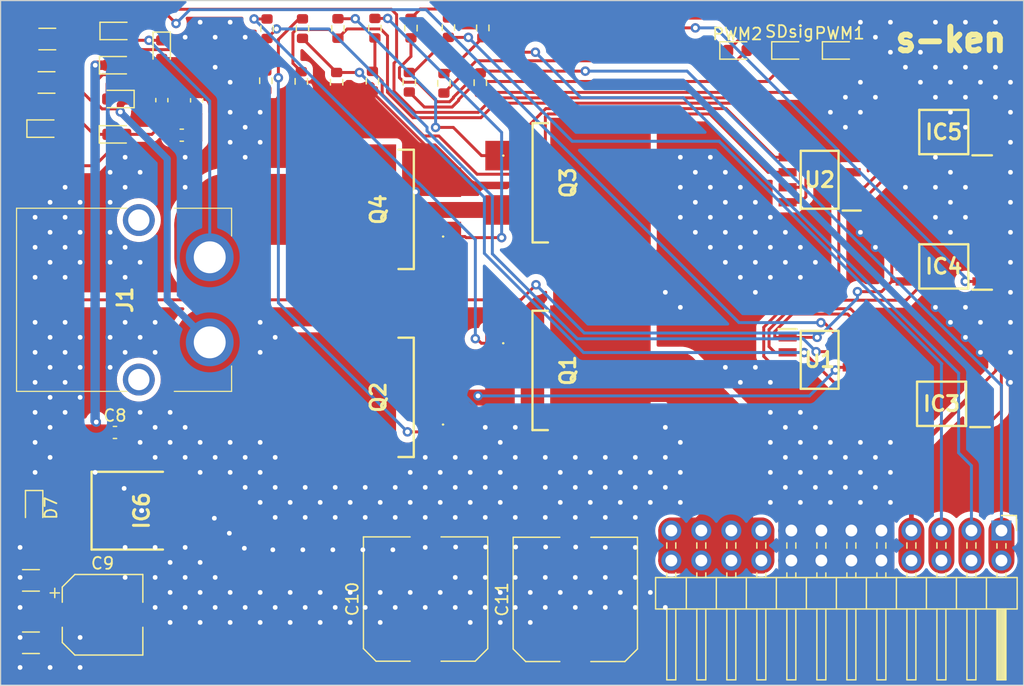
<source format=kicad_pcb>
(kicad_pcb (version 20221018) (generator pcbnew)
  (layers (0 "F.Cu" signal) (31 "B.Cu" signal) (34 "B.Paste" user) (35 "F.Paste" user) (36 "B.SilkS" user "B.Silkscreen") (37 "F.SilkS" user "F.Silkscreen") (38 "B.Mask" user) (39 "F.Mask" user) (44 "Edge.Cuts" user))
  (net 0 "")
  (net 1 "+12V")
  (net 2 "GND2")
  (net 3 "Net-(C3-Pad1)")
  (net 4 "Net-(C3-Pad2)")
  (net 5 "Net-(C4-Pad1)")
  (net 6 "Net-(C4-Pad2)")
  (net 7 "+24V")
  (net 8 "Net-(IC3-Pad1)")
  (net 9 "GND")
  (net 10 "sig1")
  (net 11 "Net-(IC4-Pad1)")
  (net 12 "SD")
  (net 13 "Net-(IC5-Pad1)")
  (net 14 "sig2")
  (net 17 "SDsig")
  (net 18 "PWM2")
  (net 19 "PWM1")
  (net 20 "Net-(Q1-Pad1)")
  (net 21 "Net-(Q2-Pad1)")
  (net 22 "Net-(Q3-Pad1)")
  (net 23 "Net-(Q4-Pad1)")
  (net 24 "Net-(R1-Pad1)")
  (net 25 "Net-(D9-Pad2)")
  (net 26 "Net-(R3-Pad1)")
  (net 27 "Net-(D10-Pad2)")
  (net 28 "Net-(D8-Pad2)")
  (net 29 "Net-(R10-Pad2)")
  (net 30 "Net-(R11-Pad2)")
  (footprint "Resistor_SMD:R_0603_1608Metric" (layer "F.Cu") (at 47.57 37.38 90)
    (fp_text reference "R1" hide)
    (fp_text value "10" hide)
  )
  (footprint "Capacitor_SMD:C_0603_1608Metric" (layer "F.Cu") (at 41.6075 43.44 90)
    (fp_text reference "C7" hide)
    (fp_text value "0.1" hide)
  )
  (footprint "RSJ440N06FRATL:R6024KNJTL" (layer "F.Cu") (at 73.67 50.42 -90)
    (fp_text reference "Q3")
    (fp_text value "RSJ400N06FRATL" hide)
  )
  (footprint "Connector_PinHeader_2.54mm:PinHeader_2x12_P2.54mm_Horizontal" (layer "F.Cu") (at 109.725 79.85 -90)
    (fp_text reference "J2" hide)
    (fp_text value "Conn_02x12_Odd_Even" hide)
  )
  (footprint "Diode_SMD:D_0603_1608Metric" (layer "F.Cu") (at 28.7325 45.835)
    (fp_text reference "D6" hide)
    (fp_text value "1N4001" hide)
  )
  (footprint "Resistor_SMD:R_0603_1608Metric" (layer "F.Cu") (at 50.57 37.37 90)
    (fp_text reference "R2" hide)
    (fp_text value "10" hide)
  )
  (footprint "TLP152:SOIC127P700X230-6N" (layer "F.Cu") (at 104.66 69.125 180)
    (fp_text reference "IC3")
    (fp_text value "TLP152_TPL,E" hide)
  )
  (footprint "Resistor_SMD:R_0603_1608Metric" (layer "F.Cu") (at 50.47 41.84 90)
    (fp_text reference "R9" hide)
    (fp_text value "R" hide)
  )
  (footprint "NJM7800SDL1:TO-252-3-L1" (layer "F.Cu") (at 38.76 78.17 -90)
    (fp_text reference "IC6")
    (fp_text value "NJM7800S-DL1" hide)
  )
  (footprint "Resistor_SMD:R_0603_1608Metric" (layer "F.Cu") (at 47.47 41.78 90)
    (fp_text reference "R8" hide)
    (fp_text value "10k" hide)
  )
  (footprint "Resistor_SMD:R_0603_1608Metric" (layer "F.Cu") (at 62.92 37.29 90)
    (fp_text reference "R6" hide)
    (fp_text value "1k" hide)
  )
  (footprint "TLP152:SOIC127P700X230-6N" (layer "F.Cu") (at 104.845 57.5 180)
    (fp_text reference "IC4")
    (fp_text value "TLP152_TPL,E" hide)
  )
  (footprint "Diode_SMD:D_0603_1608Metric" (layer "F.Cu") (at 38.6575 39.15 -90)
    (fp_text reference "D4" hide)
    (fp_text value "1N4001" hide)
  )
  (footprint "Capacitor_SMD:C_0603_1608Metric" (layer "F.Cu") (at 34.7 71.55)
    (fp_text reference "C8")
    (fp_text value "0.1")
  )
  (footprint "LED_SMD:LED_0603_1608Metric" (layer "F.Cu") (at 87.3775 39.22)
    (fp_text reference "D9" hide)
    (fp_text value "PWM2")
  )
  (footprint "Capacitor_SMD:C_1206_3216Metric" (layer "F.Cu") (at 28.9725 38.255)
    (fp_text reference "C3" hide)
    (fp_text value "10" hide)
  )
  (footprint "Resistor_SMD:R_0603_1608Metric" (layer "F.Cu") (at 59.61 41.91 90)
    (fp_text reference "R12" hide)
    (fp_text value "100" hide)
  )
  (footprint "Capacitor_SMD:C_1206_3216Metric" (layer "F.Cu") (at 27.59 84.07 180)
    (fp_text reference "C1" hide)
    (fp_text value "10" hide)
  )
  (footprint "Diode_SMD:D_0603_1608Metric" (layer "F.Cu") (at 34.9175 37.57)
    (fp_text reference "D3" hide)
    (fp_text value "1N4001" hide)
  )
  (footprint "Diode_SMD:D_0603_1608Metric" (layer "F.Cu") (at 34.8575 46.32)
    (fp_text reference "D5" hide)
    (fp_text value "1N4001" hide)
  )
  (footprint "LED_SMD:LED_0603_1608Metric" (layer "F.Cu") (at 96.0575 39.22)
    (fp_text reference "D10" hide)
    (fp_text value "PWM1")
  )
  (footprint "RSJ440N06FRATL:R6024KNJTL" (layer "F.Cu") (at 56.365 68.58 90)
    (fp_text reference "Q2")
    (fp_text value "RSJ400N06FRATL" hide)
  )
  (footprint "Diode_SMD:D_0603_1608Metric" (layer "F.Cu") (at 34.8375 43.33 180)
    (fp_text reference "D2" hide)
    (fp_text value "1N4001" hide)
  )
  (footprint "Diode_SMD:D_0603_1608Metric" (layer "F.Cu") (at 34.87 40.47)
    (fp_text reference "D1" hide)
    (fp_text value "1N4001" hide)
  )
  (footprint "Resistor_SMD:R_0603_1608Metric" (layer "F.Cu") (at 59.75 37.33 90)
    (fp_text reference "R5" hide)
    (fp_text value "1k" hide)
  )
  (footprint "Capacitor_SMD:C_0603_1608Metric" (layer "F.Cu") (at 38.6675 43.425 90)
    (fp_text reference "C6" hide)
    (fp_text value "0.1" hide)
  )
  (footprint "Diode_SMD:D_0603_1608Metric" (layer "F.Cu") (at 27.86 77.95 -90)
    (fp_text reference "D7")
    (fp_text value "1N4001")
  )
  (footprint "Resistor_SMD:R_0603_1608Metric" (layer "F.Cu") (at 53.57 37.36 90)
    (fp_text reference "R3" hide)
    (fp_text value "R" hide)
  )
  (footprint "IR2302:SOIC127P600X175-8N" (layer "F.Cu") (at 94.34 50.165 180)
    (fp_text reference "U2")
    (fp_text value "IR2302" hide)
  )
  (footprint "Resistor_SMD:R_0603_1608Metric" (layer "F.Cu") (at 56.49 41.815 90)
    (fp_text reference "R11" hide)
    (fp_text value "10k" hide)
  )
  (footprint "LED_SMD:LED_0603_1608Metric" (layer "F.Cu") (at 91.77 39.22)
    (fp_text reference "D8" hide)
    (fp_text value "SDsig")
  )
  (footprint "RSJ440N06FRATL:R6024KNJTL" (layer "F.Cu") (at 73.66 66.3 -90)
    (fp_text reference "Q1")
    (fp_text value "RSJ400N06FRATL" hide)
  )
  (footprint "RSJ440N06FRATL:R6024KNJTL" (layer "F.Cu") (at 56.37 52.67 90)
    (fp_text reference "Q4")
    (fp_text value "RSJ400N06FRATL" hide)
  )
  (footprint "Resistor_SMD:R_0603_1608Metric" (layer "F.Cu") (at 65.83 37.31 90)
    (fp_text reference "R7" hide)
    (fp_text value "1k" hide)
  )
  (footprint "TLP152:SOIC127P700X230-6N" (layer "F.Cu") (at 104.845 46.125 180)
    (fp_text reference "IC5")
    (fp_text value "TLP152_TPL,E" hide)
  )
  (footprint "Resistor_SMD:R_0603_1608Metric" (layer "F.Cu") (at 53.46 41.91 90)
    (fp_text reference "R10" hide)
    (fp_text value "10k" hide)
  )
  (footprint "IR2302:SOIC127P600X175-8N" (layer "F.Cu") (at 94.34 65.405)
    (fp_text reference "U1")
    (fp_text value "IR2302" hide)
  )
  (footprint "Resistor_SMD:R_0603_1608Metric" (layer "F.Cu") (at 56.7 37.335 90)
    (fp_text reference "R4" hide)
    (fp_text value "R" hide)
  )
  (footprint "Capacitor_SMD:C_Elec_10x10.2" (layer "F.Cu") (at 73.66 85.68 90)
    (fp_text reference "C11")
    (fp_text value "220")
  )
  (footprint "Capacitor_SMD:C_Elec_10x10.2" (layer "F.Cu") (at 60.99 85.65 90)
    (fp_text reference "C10")
    (fp_text value "220")
  )
  (footprint "Capacitor_SMD:CP_Elec_6.3x7.7" (layer "F.Cu") (at 33.65 86.98)
    (fp_text reference "C9")
    (fp_text value "47")
  )
  (footprint "XT60:XT60PWM" (layer "F.Cu") (at 42.72 60.325 90)
    (fp_text reference "J1")
    (fp_text value "XT60PW-M" hide)
  )
  (footprint "Capacitor_SMD:C_0603_1608Metric" (layer "F.Cu") (at 40.3525 46.39)
    (fp_text reference "C5" hide)
    (fp_text value "0.1" hide)
  )
  (footprint "Resistor_SMD:R_0603_1608Metric" (layer "F.Cu") (at 62.54 42 90)
    (fp_text reference "R13" hide)
    (fp_text value "100" hide)
  )
  (footprint "Capacitor_SMD:C_1206_3216Metric" (layer "F.Cu") (at 27.59 89.35 180)
    (fp_text reference "C2" hide)
    (fp_text value "10" hide)
  )
  (footprint "Capacitor_SMD:C_1206_3216Metric" (layer "F.Cu") (at 28.9075 41.93)
    (fp_text reference "C4" hide)
    (fp_text value "10" hide)
  )
  (footprint "Resistor_SMD:R_0603_1608Metric" (layer "F.Cu") (at 65.62 41.945 90)
    (fp_text reference "R14" hide)
    (fp_text value "100" hide)
  )
  (gr_rect (start 25.02 35) (end 111.6 92.95) (stroke (width 0.1)) (fill none) (layer "Edge.Cuts"))
  (gr_text "s-ken" (at 105.45 38.31) (layer "F.SilkS") (effects (font (size 2 2) (thickness 0.5))))
  (segment (start 41.9669 46.8594) (end 41.625 47.2013) (width 0.25) (layer "F.Cu") (net 1))
  (segment (start 98.1724 62.9927) (end 96.7081 61.5284) (width 0.25) (layer "F.Cu") (net 1))
  (segment (start 101.595 58.77) (end 100.5575 58.77) (width 0.25) (layer "F.Cu") (net 1))
  (segment (start 41.6075 44.215) (end 41.9669 44.5744) (width 0.25) (layer "F.Cu") (net 1))
  (segment (start 29.065 80.675) (end 28.86 80.47) (width 1.35) (layer "F.Cu") (net 1))
  (segment (start 29.87 83.14) (end 29.91 83.18) (width 1.35) (layer "F.Cu") (net 1))
  (segment (start 90.5404 63.01) (end 90.5404 63.5) (width 0.25) (layer "F.Cu") (net 1))
  (segment (start 91.3796 63.5) (end 90.5404 63.5) (width 0.25) (layer "F.Cu") (net 1))
  (segment (start 35.645 46.32) (end 37.8275 46.32) (width 0.25) (layer "F.Cu") (net 1))
  (segment (start 30.95 86.98) (end 29.89 85.92) (width 1.35) (layer "F.Cu") (net 1))
  (segment (start 29.52 47.16) (end 29.52 45.835) (width 1.35) (layer "F.Cu") (net 1))
  (segment (start 100.4448 58.77) (end 99.5815 59.6333) (width 0.25) (layer "F.Cu") (net 1))
  (segment (start 29.9 84.56) (end 29.41 84.07) (width 1.35) (layer "F.Cu") (net 1))
  (segment (start 40.3888 47.2013) (end 39.5775 46.39) (width 0.25) (layer "F.Cu") (net 1))
  (segment (start 37.8275 46.32) (end 38.6675 45.48) (width 0.25) (layer "F.Cu") (net 1))
  (segment (start 30.71 81.07) (end 29.87 81.91) (width 1.35) (layer "F.Cu") (net 1))
  (segment (start 97.8112 52.07) (end 100.4448 54.7036) (width 0.25) (layer "F.Cu") (net 1))
  (segment (start 39.5775 46.39) (end 38.6675 45.48) (width 0.25) (layer "F.Cu") (net 1))
  (segment (start 29.91 83.18) (end 29.91 84.55) (width 1.35) (layer "F.Cu") (net 1))
  (segment (start 97.052 52.07) (end 97.8112 52.07) (width 0.25) (layer "F.Cu") (net 1))
  (segment (start 41.9669 44.5744) (end 41.9669 46.8594) (width 0.25) (layer "F.Cu") (net 1))
  (segment (start 29.89 84.57) (end 29.9 84.56) (width 1.35) (layer "F.Cu") (net 1))
  (segment (start 38.6675 45.48) (end 38.6675 44.2) (width 0.25) (layer "F.Cu") (net 1))
  (segment (start 27.705 48.975) (end 32.99 48.975) (width 0.25) (layer "F.Cu") (net 1))
  (segment (start 30.71 86.74) (end 30.95 86.98) (width 1.35) (layer "F.Cu") (net 1))
  (segment (start 100.4448 58.77) (end 100.5575 58.77) (width 0.25) (layer "F.Cu") (net 1))
  (segment (start 101.595 48.2862) (end 101.595 47.395) (width 0.25) (layer "F.Cu") (net 1))
  (segment (start 91.628 63.5) (end 94.1273 63.5) (width 0.25) (layer "F.Cu") (net 1))
  (segment (start 30.71 84.19) (end 30.71 86.74) (width 1.35) (layer "F.Cu") (net 1))
  (segment (start 29.065 84.07) (end 30.59 84.07) (width 1.35) (layer "F.Cu") (net 1))
  (segment (start 100.2599 70.395) (end 98.1724 68.3075) (width 0.25) (layer "F.Cu") (net 1))
  (segment (start 101.41 70.395) (end 100.2599 70.395) (width 0.25) (layer "F.Cu") (net 1))
  (segment (start 29.41 84.07) (end 29.065 84.07) (width 1.35) (layer "F.Cu") (net 1))
  (segment (start 99.5815 59.6333) (end 97.5415 59.6333) (width 0.25) (layer "F.Cu") (net 1))
  (segment (start 29.065 88.865) (end 30.95 86.98) (width 1.35) (layer "F.Cu") (net 1))
  (segment (start 97.8112 52.07) (end 101.595 48.2862) (width 0.25) (layer "F.Cu") (net 1))
  (segment (start 30.59 84.07) (end 30.71 84.19) (width 1.35) (layer "F.Cu") (net 1))
  (segment (start 29.87 81.91) (end 29.87 83.14) (width 1.35) (layer "F.Cu") (net 1))
  (segment (start 29.065 89.35) (end 29.065 84.07) (width 1.35) (layer "F.Cu") (net 1))
  (segment (start 25.89 60.325) (end 25.89 50.79) (width 1.35) (layer "F.Cu") (net 1))
  (segment (start 32.99 48.975) (end 35.645 46.32) (width 0.25) (layer "F.Cu") (net 1))
  (segment (start 25.89 78.48) (end 25.89 60.325) (width 1.35) (layer "F.Cu") (net 1))
  (segment (start 27.86 79.47) (end 28.86 80.47) (width 1.35) (layer "F.Cu") (net 1))
  (segment (start 30.71 80.47) (end 30.71 81.07) (width 1.35) (layer "F.Cu") (net 1))
  (segment (start 30.71 80.47) (end 30.71 84.19) (width 1.35) (layer "F.Cu") (net 1))
  (segment (start 25.89 60.325) (end 69.0568 60.325) (width 0.25) (layer "F.Cu") (net 1))
  (segment (start 29.89 85.92) (end 29.89 84.57) (width 1.35) (layer "F.Cu") (net 1))
  (segment (start 27.705 48.975) (end 29.52 47.16) (width 1.35) (layer "F.Cu") (net 1))
  (segment (start 28.86 80.47) (end 30.71 80.47) (width 1.35) (layer "F.Cu") (net 1))
  (segment (start 29.065 84.07) (end 29.065 80.675) (width 1.35) (layer "F.Cu") (net 1))
  (segment (start 91.3796 63.5) (end 91.628 63.5) (width 0.25) (layer "F.Cu") (net 1))
  (segment (start 100.4448 54.7036) (end 100.4448 58.77) (width 0.25) (layer "F.Cu") (net 1))
  (segment (start 29.91 84.55) (end 29.9 84.56) (width 1.35) (layer "F.Cu") (net 1))
  (segment (start 27.86 78.7375) (end 26.1475 78.7375) (width 1.35) (layer "F.Cu") (net 1))
  (segment (start 98.1724 68.3075) (end 98.1724 62.9927) (width 0.25) (layer "F.Cu") (net 1))
  (segment (start 41.625 47.2013) (end 40.3888 47.2013) (width 0.25) (layer "F.Cu") (net 1))
  (segment (start 69.0568 60.325) (end 70.3329 59.0489) (width 0.25) (layer "F.Cu") (net 1))
  (segment (start 29.065 89.35) (end 29.065 88.865) (width 1.35) (layer "F.Cu") (net 1))
  (segment (start 26.1475 78.7375) (end 25.89 78.48) (width 1.35) (layer "F.Cu") (net 1))
  (segment (start 25.89 50.79) (end 27.705 48.975) (width 1.35) (layer "F.Cu") (net 1))
  (segment (start 27.86 78.7375) (end 27.86 79.47) (width 1.35) (layer "F.Cu") (net 1))
  (segment (start 92.022 61.5284) (end 90.5404 63.01) (width 0.25) (layer "F.Cu") (net 1))
  (segment (start 96.7081 61.5284) (end 92.022 61.5284) (width 0.25) (layer "F.Cu") (net 1))
  (via (at 70.3329 59.0489) (size 0.8) (drill 0.4) (layers "F.Cu" "B.Cu") (net 1))
  (via (at 94.1273 63.5) (size 0.8) (drill 0.4) (layers "F.Cu" "B.Cu") (net 1))
  (via (at 97.5415 59.6333) (size 0.8) (drill 0.4) (layers "F.Cu" "B.Cu") (net 1))
  (segment (start 94.1273 63.1343) (end 94.5923 63.1343) (width 0.25) (layer "B.Cu") (net 1))
  (segment (start 97.5415 60.1851) (end 97.5415 59.6333) (width 0.25) (layer "B.Cu") (net 1))
  (segment (start 70.3329 59.0489) (end 74.4183 63.1343) (width 0.25) (layer "B.Cu") (net 1))
  (segment (start 74.4183 63.1343) (end 94.1273 63.1343) (width 0.25) (layer "B.Cu") (net 1))
  (segment (start 94.5923 63.1343) (end 97.5415 60.1851) (width 0.25) (layer "B.Cu") (net 1))
  (segment (start 94.1273 63.1343) (end 94.1273 63.5) (width 0.25) (layer "B.Cu") (net 1))
  (segment (start 45.78 81.48) (end 48.06 81.48) (width 4) (layer "F.Cu") (net 2))
  (segment (start 94.485 79.85) (end 91.945 79.85) (width 2.2) (layer "F.Cu") (net 2))
  (segment (start 36.96 78.17) (end 36.96 86.37) (width 1.35) (layer "F.Cu") (net 2))
  (segment (start 41.6075 42.665) (end 42.3194 43.3769) (width 0.25) (layer "F.Cu") (net 2))
  (segment (start 55.68 81.48) (end 58.22 81.48) (width 4) (layer "F.Cu") (net 2))
  (segment (start 56.49 42.64) (end 53.555 42.64) (width 0.25) (layer "F.Cu") (net 2))
  (segment (start 56.49 42.7575) (end 62.5274 48.7949) (width 0.25) (layer "F.Cu") (net 2))
  (segment (start 60.1304 51.1867) (end 60.3532 51.1867) (width 0.25) (layer "F.Cu") (net 2))
  (segment (start 101.02 44.855) (end 100.4449 44.855) (width 0.25) (layer "F.Cu") (net 2))
  (segment (start 99.565 83.415) (end 99.4 83.58) (width 2.2) (layer "F.Cu") (net 2))
  (segment (start 70.035 68.3503) (end 67.9647 66.28) (width 0.25) (layer "F.Cu") (net 2))
  (segment (start 35.475 76.285) (end 35.475 76.685) (width 1.35) (layer "F.Cu") (net 2))
  (segment (start 41.1275 46.39) (end 40.7647 46.0272) (width 0.25) (layer "F.Cu") (net 2))
  (segment (start 102.38255 67.855) (end 101.9851 67.855) (width 0.25) (layer "F.Cu") (net 2))
  (segment (start 93.1 83.58) (end 93.01 83.49) (width 2.2) (layer "F.Cu") (net 2))
  (segment (start 70.035 81.25) (end 70.035 68.3503) (width 0.25) (layer "F.Cu") (net 2))
  (segment (start 99.565 81.69) (end 99.565 79.85) (width 2.2) (layer "F.Cu") (net 2))
  (segment (start 92.38 84.51) (end 98.47 84.51) (width 2.2) (layer "F.Cu") (net 2))
  (segment (start 35.475 76.685) (end 36.96 78.17) (width 1.35) (layer "F.Cu") (net 2))
  (segment (start 67.34 81.25) (end 68.61 81.25) (width 4) (layer "F.Cu") (net 2))
  (segment (start 66.07 81.25) (end 67.34 81.25) (width 4) (layer "F.Cu") (net 2))
  (segment (start 39.9069 42.65) (end 40.7647 43.5078) (width 0.25) (layer "F.Cu") (net 2))
  (segment (start 36.38 78.75) (end 36.96 78.17) (width 1.35) (layer "F.Cu") (net 2))
  (segment (start 43.11 78.81) (end 44.38 80.08) (width 4) (layer "F.Cu") (net 2))
  (segment (start 93.17 81.075) (end 98.95 81.075) (width 2.2) (layer "F.Cu") (net 2))
  (segment (start 62.5274 48.7949) (end 62.5274 50.1524) (width 0.25) (layer "F.Cu") (net 2))
  (segment (start 58.22 81.48) (end 59.49 81.48) (width 4) (layer "F.Cu") (net 2))
  (segment (start 52.6173 41.8923) (end 53.46 42.735) (width 0.25) (layer "F.Cu") (net 2))
  (segment (start 102.4352 71.0702) (end 102.56 70.9454) (width 0.25) (layer "F.Cu") (net 2))
  (segment (start 62.745 50.37) (end 62.745 50.1454) (width 0.25) (layer "F.Cu") (net 2))
  (segment (start 60.76 81.48) (end 60.96 81.28) (width 4) (layer "F.Cu") (net 2))
  (segment (start 91.945 79.085) (end 92.29 78.74) (width 2.2) (layer "F.Cu") (net 2))
  (segment (start 49.33 81.48) (end 50.6 81.48) (width 4) (layer "F.Cu") (net 2))
  (segment (start 48.4278 43.3769) (end 49.9124 41.8923) (width 0.25) (layer "F.Cu") (net 2))
  (segment (start 59.49 81.48) (end 60.76 81.48) (width 4) (layer "F.Cu") (net 2))
  (segment (start 102.96 67.855) (end 103.1973 67.6177) (width 0.25) (layer "F.Cu") (net 2))
  (segment (start 38.6675 42.65) (end 38.5326 42.5151) (width 0.25) (layer "F.Cu") (net 2))
  (segment (start 45.65 81.35) (end 45.78 81.48) (width 4) (layer "F.Cu") (net 2))
  (segment (start 99.565 82.39) (end 99.565 83.415) (width 2.2) (layer "F.Cu") (net 2))
  (segment (start 97.025 79.85) (end 94.485 79.85) (width 2.2) (layer "F.Cu") (net 2))
  (segment (start 62.745 50.1451) (end 62.745 50.1454) (width 0.25) (layer "F.Cu") (net 2))
  (segment (start 53.14 81.48) (end 55.68 81.48) (width 4) (layer "F.Cu") (net 2))
  (segment (start 98.47 84.51) (end 99.4 83.58) (width 2.2) (layer "F.Cu") (net 2))
  (segment (start 101.41 67.855) (end 101.9851 67.855) (width 0.25) (layer "F.Cu") (net 2))
  (segment (start 56.49 42.64) (end 56.49 42.7575) (width 0.25) (layer "F.Cu") (net 2))
  (segment (start 102.56 70.9454) (end 102.56 68.03245) (width 0.25) (layer "F.Cu") (net 2))
  (segment (start 76.2 81.28) (end 76.17 81.25) (width 0.25) (layer "F.Cu") (net 2))
  (segment (start 101.9851 67.855) (end 102.96 67.855) (width 0.25) (layer "F.Cu") (net 2))
  (segment (start 63.53 81.25) (end 64.8 81.25) (width 4) (layer "F.Cu") (net 2))
  (segment (start 101.595 56.23) (end 102.7451 56.23) (width 0.25) (layer "F.Cu") (net 2))
  (segment (start 42.3194 43.3769) (end 48.4278 43.3769) (width 0.25) (layer "F.Cu") (net 2))
  (segment (start 36.96 86.37) (end 36.35 86.98) (width 1.35) (layer "F.Cu") (net 2))
  (segment (start 97.025 82.39) (end 99.565 82.39) (width 2.2) (layer "F.Cu") (net 2))
  (segment (start 35.475 71.55) (end 35.475 76.285) (width 1.35) (layer "F.Cu") (net 2))
  (segment (start 70.035 81.25) (end 71.15 81.25) (width 4) (layer "F.Cu") (net 2))
  (segment (start 97.5958 48.26) (end 98.1396 48.26) (width 0.25) (layer "F.Cu") (net 2))
  (segment (start 93.01 83.455) (end 91.945 82.39) (width 2.2) (layer "F.Cu") (net 2))
  (segment (start 91.945 82.39) (end 94.485 82.39) (width 2.2) (layer "F.Cu") (net 2))
  (segment (start 40.7647 43.5078) (end 41.6075 42.665) (width 0.25) (layer "F.Cu") (net 2))
  (segment (start 98.1396 47.1603) (end 100.4449 44.855) (width 0.25) (layer "F.Cu") (net 2))
  (segment (start 102.7451 44.855) (end 102.7451 56.23) (width 0.25) (layer "F.Cu") (net 2))
  (segment (start 98.95 81.075) (end 99.565 81.69) (width 2.2) (layer "F.Cu") (net 2))
  (segment (start 97.5958 48.26) (end 97.052 48.26) (width 0.25) (layer "F.Cu") (net 2))
  (segment (start 99.565 79.85) (end 97.025 79.85) (width 2.2) (layer "F.Cu") (net 2))
  (segment (start 42.47 78.17) (end 43.11 78.81) (width 4) (layer "F.Cu") (net 2))
  (segment (start 91.945 84.075) (end 92.38 84.51) (width 2.2) (layer "F.Cu") (net 2))
  (segment (start 99.565 82.39) (end 99.565 81.69) (width 2.2) (layer "F.Cu") (net 2))
  (segment (start 60.3532 51.1867) (end 61.1699 50.37) (width 0.25) (layer "F.Cu") (net 2))
  (segment (start 62.5274 50.1524) (end 62.745 50.37) (width 0.25) (layer "F.Cu") (net 2))
  (segment (start 103.1973 67.6177) (end 103.1973 56.6822) (width 0.25) (layer "F.Cu") (net 2))
  (segment (start 98.1396 48.26) (end 98.1396 47.1603) (width 0.25) (layer "F.Cu") (net 2))
  (segment (start 48.06 81.48) (end 49.33 81.48) (width 4) (layer "F.Cu") (net 2))
  (segment (start 92.29 78.74) (end 99.43 78.74) (width 2.2) (layer "F.Cu") (net 2))
  (segment (start 91.945 79.85) (end 91.945 79.085) (width 2.2) (layer "F.Cu") (net 2))
  (segment (start 96.4758 71.0702) (end 102.4352 71.0702) (width 0.25) (layer "F.Cu") (net 2))
  (segment (start 92.7156 67.31) (end 96.4758 71.0702) (width 0.25) (layer "F.Cu") (net 2))
  (segment (start 72.42 81.25) (end 73.69 81.25) (width 4) (layer "F.Cu") (net 2))
  (segment (start 36.96 78.17) (end 42.47 78.17) (width 4) (layer "F.Cu") (net 2))
  (segment (start 94.485 82.39) (end 97.025 82.39) (width 2.2) (layer "F.Cu") (net 2))
  (segment (start 50.6 81.48) (end 51.87 81.48) (width 4) (layer "F.Cu") (net 2))
  (segment (start 99.565 79.85) (end 99.565 82.39) (width 2.2) (layer "F.Cu") (net 2))
  (segment (start 101.595 44.855) (end 102.7451 44.855) (width 0.25) (layer "F.Cu") (net 2))
  (segment (start 51.87 81.48) (end 53.14 81.48) (width 4) (layer "F.Cu") (net 2))
  (segment (start 99.4 83.58) (end 93.1 83.58) (width 2.2) (layer "F.Cu") (net 2))
  (segment (start 93.01 83.49) (end 93.01 83.455) (width 2.2) (layer "F.Cu") (net 2))
  (segment (start 103.1973 56.6822) (end 102.7451 56.23) (width 0.25) (layer "F.Cu") (net 2))
  (segment (start 99.565 78.875) (end 99.565 79.85) (width 2.2) (layer "F.Cu") (net 2))
  (segment (start 62.745 50.37) (end 61.1699 50.37) (width 0.25) (layer "F.Cu") (net 2))
  (segment (start 68.61 81.25) (end 69.88 81.25) (width 4) (layer "F.Cu") (net 2))
  (segment (start 102.56 68.03245) (end 102.38255 67.855) (width 0.25) (layer "F.Cu") (net 2))
  (segment (start 38.5326 40.0624) (end 38.5326 42.5151) (width 0.25) (layer "F.Cu") (net 2))
  (segment (start 99.43 78.74) (end 99.565 78.875) (width 2.2) (layer "F.Cu") (net 2))
  (segment (start 60.96 81.28) (end 60.99 81.25) (width 4) (layer "F.Cu") (net 2))
  (segment (start 38.5326 42.5151) (end 34.8649 42.5151) (width 0.25) (layer "F.Cu") (net 2))
  (segment (start 53.555 42.64) (end 53.46 42.735) (width 0.25) (layer "F.Cu") (net 2))
  (segment (start 60.99 81.25) (end 62.26 81.25) (width 4) (layer "F.Cu") (net 2))
  (segment (start 34.8649 42.5151) (end 34.05 43.33) (width 0.25) (layer "F.Cu") (net 2))
  (segment (start 73.69 81.25) (end 76.17 81.25) (width 4) (layer "F.Cu") (net 2))
  (segment (start 69.88 81.25) (end 70.035 81.25) (width 4) (layer "F.Cu") (net 2))
  (segment (start 64.8 81.25) (end 66.07 81.25) (width 4) (layer "F.Cu") (net 2))
  (segment (start 91.945 79.85) (end 93.17 81.075) (width 2.2) (layer "F.Cu") (net 2))
  (segment (start 101.02 44.855) (end 101.595 44.855) (width 0.25) (layer "F.Cu") (net 2))
  (segment (start 62.26 81.25) (end 63.53 81.25) (width 4) (layer "F.Cu") (net 2))
  (segment (start 44.38 80.08) (end 45.65 81.35) (width 4) (layer "F.Cu") (net 2))
  (segment (start 38.6675 42.65) (end 39.9069 42.65) (width 0.25) (layer "F.Cu") (net 2))
  (segment (start 71.15 81.25) (end 72.42 81.25) (width 4) (layer "F.Cu") (net 2))
  (segment (start 49.9124 41.8923) (end 52.6173 41.8923) (width 0.25) (layer "F.Cu") (net 2))
  (segment (start 40.7647 46.0272) (end 40.7647 43.5078) (width 0.25) (layer "F.Cu") (net 2))
  (segment (start 67.9647 66.28) (end 62.74 66.28) (width 0.25) (layer "F.Cu") (net 2))
  (segment (start 91.945 79.85) (end 91.945 82.39) (width 2.2) (layer "F.Cu") (net 2))
  (segment (start 38.6575 39.9375) (end 38.5326 40.0624) (width 0.25) (layer "F.Cu") (net 2))
  (segment (start 91.628 67.31) (end 92.7156 67.31) (width 0.25) (layer "F.Cu") (net 2))
  (segment (start 91.945 82.39) (end 91.945 84.075) (width 2.2) (layer "F.Cu") (net 2))
  (via (at 76.2 81.28) (size 0.8) (drill 0.4) (layers "F.Cu" "B.Cu") (net 2))
  (via (at 44.45 87.63) (size 0.8) (drill 0.4) (layers "F.Cu" "B.Cu") (net 2))
  (via (at 92.71 77.47) (size 0.8) (drill 0.4) (layers "F.Cu" "B.Cu") (net 2))
  (via (at 78.74 86.36) (size 0.8) (drill 0.4) (layers "F.Cu" "B.Cu") (net 2))
  (via (at 88.9 66.04) (size 0.8) (drill 0.4) (layers "F.Cu" "B.Cu") (net 2))
  (via (at 60.96 78.74) (size 0.8) (drill 0.4) (layers "F.Cu" "B.Cu") (net 2))
  (via (at 92.71 74.93) (size 0.8) (drill 0.4) (layers "F.Cu" "B.Cu") (net 2))
  (via (at 73.66 73.66) (size 0.8) (drill 0.4) (layers "F.Cu" "B.Cu") (net 2))
  (via (at 31.75 63.5) (size 0.8) (drill 0.4) (layers "F.Cu" "B.Cu") (net 2))
  (via (at 30.48 58.42) (size 0.8) (drill 0.4) (layers "F.Cu" "B.Cu") (net 2))
  (via (at 44.45 85.09) (size 0.8) (drill 0.4) (layers "F.Cu" "B.Cu") (net 2))
  (via (at 39.37 85.09) (size 0.8) (drill 0.4) (layers "F.Cu" "B.Cu") (net 2))
  (via (at 91.44 57.15) (size 0.8) (drill 0.4) (layers "F.Cu" "B.Cu") (net 2))
  (via (at 46.99 87.63) (size 0.8) (drill 0.4) (layers "F.Cu" "B.Cu") (net 2))
  (via (at 110.49 54.61) (size 0.8) (drill 0.4) (layers "F.Cu" "B.Cu") (net 2))
  (via (at 45.72 76.2) (size 0.8) (drill 0.4) (layers "F.Cu" "B.Cu") (net 2))
  (via (at 49.53 87.63) (size 0.8) (drill 0.4) (layers "F.Cu" "B.Cu") (net 2))
  (via (at 35.56 48.26) (size 0.8) (drill 0.4) (layers "F.Cu" "B.Cu") (net 2))
  (via (at 76.2 83.82) (size 0.8) (drill 0.4) (layers "F.Cu" "B.Cu") (net 2))
  (via (at 82.55 50.8) (size 0.8) (drill 0.4) (layers "F.Cu" "B.Cu") (net 2))
  (via (at 83.82 52.07) (size 0.8) (drill 0.4) (layers "F.Cu" "B.Cu") (net 2))
  (via (at 39.37 87.63) (size 0.8) (drill 0.4) (layers "F.Cu" "B.Cu") (net 2))
  (via (at 91.44 73.66) (size 0.8) (drill 0.4) (layers "F.Cu" "B.Cu") (net 2))
  (via (at 43.11 78.81) (size 0.8) (drill 0.4) (layers "F.Cu" "B.Cu") (net 2))
  (via (at 41.91 82.55) (size 0.8) (drill 0.4) (layers "F.Cu" "B.Cu") (net 2))
  (via (at 40.64 50.8) (size 0.8) (drill 0.4) (layers "F.Cu" "B.Cu") (net 2))
  (via (at 62.23 85.09) (size 0.8) (drill 0.4) (layers "F.Cu" "B.Cu") (net 2))
  (via (at 96.52 76.2) (size 0.8) (drill 0.4) (layers "F.Cu" "B.Cu") (net 2))
  (via (at 82.55 53.34) (size 0.8) (drill 0.4) (layers "F.Cu" "B.Cu") (net 2))
  (via (at 78.74 81.28) (size 0.8) (drill 0.4) (layers "F.Cu" "B.Cu") (net 2))
  (via (at 101.6 50.8) (size 0.8) (drill 0.4) (layers "F.Cu" "B.Cu") (net 2))
  (via (at 80.01 77.47) (size 0.8) (drill 0.4) (layers "F.Cu" "B.Cu") (net 2))
  (via (at 45.72 86.36) (size 0.8) (drill 0.4) (layers "F.Cu" "B.Cu") (net 2))
  (via (at 43.18 83.82) (size 0.8) (drill 0.4) (layers "F.Cu" "B.Cu") (net 2))
  (via (at 46.99 72.39) (size 0.8) (drill 0.4) (layers "F.Cu" "B.Cu") (net 2))
  (via (at 109.22 40.64) (size 0.8) (drill 0.4) (layers "F.Cu" "B.Cu") (net 2))
  (via (at 88.9 57.15) (size 0.8) (drill 0.4) (layers "F.Cu" "B.Cu") (net 2))
  (via (at 80.01 85.09) (size 0.8) (drill 0.4) (layers "F.Cu" "B.Cu") (net 2))
  (via (at 87.63 50.8) (size 0.8) (drill 0.4) (layers "F.Cu" "B.Cu") (net 2))
  (via (at 74.93 85.09) (size 0.8) (drill 0.4) (layers "F.Cu" "B.Cu") (net 2))
  (via (at 48.26 78.74) (size 0.8) (drill 0.4) (layers "F.Cu" "B.Cu") (net 2))
  (via (at 53.34 76.2) (size 0.8) (drill 0.4) (layers "F.Cu" "B.Cu") (net 2))
  (via (at 69.85 87.63) (size 0.8) (drill 0.4) (layers "F.Cu" "B.Cu") (net 2))
  (via (at 45.72 73.66) (size 0.8) (drill 0.4) (layers "F.Cu" "B.Cu") (net 2))
  (via (at 67.31 87.63) (size 0.8) (drill 0.4) (layers "F.Cu" "B.Cu") (net 2))
  (via (at 68.58 71.12) (size 0.8) (drill 0.4) (layers "F.Cu" "B.Cu") (net 2))
  (via (at 31.75 66.04) (size 0.8) (drill 0.4) (layers "F.Cu" "B.Cu") (net 2))
  (via (at 83.82 54.61) (size 0.8) (drill 0.4) (layers "F.Cu" "B.Cu") (net 2))
  (via (at 110.49 49.53) (size 0.8) (drill 0.4) (layers "F.Cu" "B.Cu") (net 2))
  (via (at 46.99 77.47) (size 0.8) (drill 0.4) (layers "F.Cu" "B.Cu") (net 2))
  (via (at 78.74 78.74) (size 0.8) (drill 0.4) (layers "F.Cu" "B.Cu") (net 2))
  (via (at 93.98 73.66) (size 0.8) (drill 0.4) (layers "F.Cu" "B.Cu") (net 2))
  (via (at 63.53 81.25) (size 0.8) (drill 0.4) (layers "F.Cu" "B.Cu") (net 2))
  (via (at 57.15 77.47) (size 0.8) (drill 0.4) (layers "F.Cu" "B.Cu") (net 2))
  (via (at 92.71 72.39) (size 0.8) (drill 0.4) (layers "F.Cu" "B.Cu") (net 2))
  (via (at 101.6 40.64) (size 0.8) (drill 0.4) (layers "F.Cu" "B.Cu") (net 2))
  (via (at 48.26 76.2) (size 0.8) (drill 0.4) (layers "F.Cu" "B.Cu") (net 2))
  (via (at 68.58 83.82) (size 0.8) (drill 0.4) (layers "F.Cu" "B.Cu") (net 2))
  (via (at 35.56 83.82) (size 0.8) (drill 0.4) (layers "F.Cu" "B.Cu") (net 2))
  (via (at 90.17 74.93) (size 0.8) (drill 0.4) (layers "F.Cu" "B.Cu") (net 2))
  (via (at 110.49 67.31) (size 0.8) (drill 0.4) (layers "F.Cu" "B.Cu") (net 2))
  (via (at 104.14 36.83) (size 0.8) (drill 0.4) (layers "F.Cu" "B.Cu") (net 2))
  (via (at 27.94 67.31) (size 0.8) (drill 0.4) (layers "F.Cu" "B.Cu") (net 2))
  (via (at 50.6 81.48) (size 0.8) (drill 0.4) (layers "F.Cu" "B.Cu") (net 2))
  (via (at 91.44 71.12) (size 0.8) (drill 0.4) (layers "F.Cu" "B.Cu") (net 2))
  (via (at 35.56 64.77) (size 0.8) (drill 0.4) (layers "F.Cu" "B.Cu") (net 2))
  (via (at 63.5 76.2) (size 0.8) (drill 0.4) (layers "F.Cu" "B.Cu") (net 2))
  (via (at 30.48 53.34) (size 0.8) (drill 0.4) (layers "F.Cu" "B.Cu") (net 2))
  (via (at 31.75 91.44) (size 0.8) (drill 0.4) (layers "F.Cu" "B.Cu") (net 2))
  (via (at 44.45 74.93) (size 0.8) (drill 0.4) (layers "F.Cu" "B.Cu") (net 2))
  (via (at 99.06 43.18) (size 0.8) (drill 0.4) (layers "F.Cu" "B.Cu") (net 2))
  (via (at 34.29 57.15) (size 0.8) (drill 0.4) (layers "F.Cu" "B.Cu") (net 2))
  (via (at 104.14 48.26) (size 0.8) (drill 0.4) (layers "F.Cu" "B.Cu") (net 2))
  (via (at 43.18 86.36) (size 0.8) (drill 0.4) (layers "F.Cu" "B.Cu") (net 2))
  (via (at 35.475 76.285) (size 0.8) (drill 0.4) (layers "F.Cu" "B.Cu") (net 2))
  (via (at 46.99 46.99) (size 0.8) (drill 0.4) (layers "F.Cu" "B.Cu") (net 2))
  (via (at 97.79 74.93) (size 0.8) (drill 0.4) (layers "F.Cu" "B.Cu") (net 2))
  (via (at 106.68 63.5) (size 0.8) (drill 0.4) (layers "F.Cu" "B.Cu") (net 2))
  (via (at 92.71 69.85) (size 0.8) (drill 0.4) (layers "F.Cu" "B.Cu") (net 2))
  (via (at 33.02 74.93) (size 0.8) (drill 0.4) (layers "F.Cu" "B.Cu") (net 2))
  (via (at 62.23 74.93) (size 0.8) (drill 0.4) (layers "F.Cu" "B.Cu") (net 2))
  (via (at 105.41 44.45) (size 0.8) (drill 0.4) (layers "F.Cu" "B.Cu") (net 2))
  (via (at 59.69 85.09) (size 0.8) (drill 0.4) (layers "F.Cu" "B.Cu") (net 2))
  (via (at 73.66 78.74) (size 0.8) (drill 0.4) (layers "F.Cu" "B.Cu") (net 2))
  (via (at 68.58 78.74) (size 0.8) (drill 0.4) (layers "F.Cu" "B.Cu") (net 2))
  (via (at 85.09 53.34) (size 0.8) (drill 0.4) (layers "F.Cu" "B.Cu") (net 2))
  (via (at 30.48 50.8) (size 0.8) (drill 0.4) (layers "F.Cu" "B.Cu") (net 2))
  (via (at 81.28 71.12) (size 0.8) (drill 0.4) (layers "F.Cu" "B.Cu") (net 2))
  (via (at 44.45 36.83) (size 0.8) (drill 0.4) (layers "F.Cu" "B.Cu") (net 2))
  (via (at 55.88 86.36) (size 0.8) (drill 0.4) (layers "F.Cu" "B.Cu") (net 2))
  (via (at 36.96 78.17) (size 0.8) (drill 0.4) (layers "F.Cu" "B.Cu") (net 2))
  (via (at 92.71 55.88) (size 0.8) (drill 0.4) (layers "F.Cu" "B.Cu") (net 2))
  (via (at 58.42 86.36) (size 0.8) (drill 0.4) (layers "F.Cu" "B.Cu") (net 2))
  (via (at 66.04 73.66) (size 0.8) (drill 0.4) (layers "F.Cu" "B.Cu") (net 2))
  (via (at 48.26 63.5) (size 0.8) (drill 0.4) (layers "F.Cu" "B.Cu") (net 2))
  (via (at 87.63 58.42) (size 0.8) (drill 0.4) (layers "F.Cu" "B.Cu") (net 2))
  (via (at 52.07 85.09) (size 0.8) (drill 0.4) (layers "F.Cu" "B.Cu") (net 2))
  (via (at 44.45 44.45) (size 0.8) (drill 0.4) (layers "F.Cu" "B.Cu") (net 2))
  (via (at 27.94 69.85) (size 0.8) (drill 0.4) (layers "F.Cu" "B.Cu") (net 2))
  (via (at 46.99 74.93) (size 0.8) (drill 0.4) (layers "F.Cu" "B.Cu") (net 2))
  (via (at 26.67 88.9) (size 0.8) (drill 0.4) (layers "F.Cu" "B.Cu") (net 2))
  (via (at 44.45 41.91) (size 0.8) (drill 0.4) (layers "F.Cu" "B.Cu") (net 2))
  (via (at 110.49 62.23) (size 0.8) (drill 0.4) (layers "F.Cu" "B.Cu") (net 2))
  (via (at 73.66 83.82) (size 0.8) (drill 0.4) (layers "F.Cu" "B.Cu") (net 2))
  (via (at 82.55 77.47) (size 0.8) (drill 0.4) (layers "F.Cu" "B.Cu") (net 2))
  (via (at 71.12 86.36) (size 0.8) (drill 0.4) (layers "F.Cu" "B.Cu") (net 2))
  (via (at 80.01 74.93) (size 0.8) (drill 0.4) (layers "F.Cu" "B.Cu") (net 2))
  (via (at 53.14 81.48) (size 0.8) (drill 0.4) (layers "F.Cu" "B.Cu") (net 2))
  (via (at 48.06 81.48) (size 0.8) (drill 0.4) (layers "F.Cu" "B.Cu") (net 2))
  (via (at 74.93 74.93) (size 0.8) (drill 0.4) (layers "F.Cu" "B.Cu") (net 2))
  (via (at 76.2 78.74) (size 0.8) (drill 0.4) (layers "F.Cu" "B.Cu") (net 2))
  (via (at 72.39 74.93) (size 0.8) (drill 0.4) (layers "F.Cu" "B.Cu") (net 2))
  (via (at 100.33 77.47) (size 0.8) (drill 0.4) (layers "F.Cu" "B.Cu") (net 2))
  (via (at 44.45 72.39) (size 0.8) (drill 0.4) (layers "F.Cu" "B.Cu") (net 2))
  (via (at 60.1304 51.1867) (size 0.8) (drill 0.4) (layers "F.Cu" "B.Cu") (net 2))
  (via (at 36.83 57.15) (size 0.8) (drill 0.4) (layers "F.Cu" "B.Cu") (net 2))
  (via (at 82.55 48.26) (size 0.8) (drill 0.4) (layers "F.Cu" "B.Cu") (net 2))
  (via (at 81.28 59.69) (size 0.8) (drill 0.4) (layers "F.Cu" "B.Cu") (net 2))
  (via (at 54.61 87.63) (size 0.8) (drill 0.4) (layers "F.Cu" "B.Cu") (net 2))
  (via (at 48.26 86.36) (size 0.8) (drill 0.4) (layers "F.Cu" "B.Cu") (net 2))
  (via (at 50.8 86.36) (size 0.8) (drill 0.4) (layers "F.Cu" "B.Cu") (net 2))
  (via (at 96.52 43.18) (size 0.8) (drill 0.4) (layers "F.Cu" "B.Cu") (net 2))
  (via (at 88.9 54.61) (size 0.8) (drill 0.4) (layers "F.Cu" "B.Cu") (net 2))
  (via (at 76.2 76.2) (size 0.8) (drill 0.4) (layers "F.Cu" "B.Cu") (net 2))
  (via (at 77.47 74.93) (size 0.8) (drill 0.4) (layers "F.Cu" "B.Cu") (net 2))
  (via (at 91.44 54.61) (size 0.8) (drill 0.4) (layers "F.Cu" "B.Cu") (net 2))
  (via (at 104.14 60.96) (size 0.8) (drill 0.4) (layers "F.Cu" "B.Cu") (net 2))
  (via (at 97.79 77.47) (size 0.8) (drill 0.4) (layers "F.Cu" "B.Cu") (net 2))
  (via (at 27.94 55.88) (size 0.8) (drill 0.4) (layers "F.Cu" "B.Cu") (net 2))
  (via (at 36.96 78.17) (size 0.8) (drill 0.4) (layers "F.Cu" "B.Cu") (net 2))
  (via (at 31.75 88.9) (size 0.8) (drill 0.4) (layers "F.Cu" "B.Cu") (net 2))
  (via (at 27.94 72.39) (size 0.8) (drill 0.4) (layers "F.Cu" "B.Cu") (net 2))
  (via (at 109.22 36.83) (size 0.8) (drill 0.4) (layers "F.Cu" "B.Cu") (net 2))
  (via (at 110.49 44.45) (size 0.8) (drill 0.4) (layers "F.Cu" "B.Cu") (net 2))
  (via (at 71.12 73.66) (size 0.8) (drill 0.4) (layers "F.Cu" "B.Cu") (net 2))
  (via (at 102.87 39.37) (size 0.8) (drill 0.4) (layers "F.Cu" "B.Cu") (net 2))
  (via (at 44.38 80.08) (size 0.8) (drill 0.4) (layers "F.Cu" "B.Cu") (net 2))
  (via (at 27.94 74.93) (size 0.8) (drill 0.4) (layers "F.Cu" "B.Cu") (net 2))
  (via (at 74.93 77.47) (size 0.8) (drill 0.4) (layers "F.Cu" "B.Cu") (net 2))
  (via (at 97.79 36.83) (size 0.8) (drill 0.4) (layers "F.Cu" "B.Cu") (net 2))
  (via (at 78.74 76.2) (size 0.8) (drill 0.4) (layers "F.Cu" "B.Cu") (net 2))
  (via (at 104.14 50.8) (size 0.8) (drill 0.4) (layers "F.Cu" "B.Cu") (net 2))
  (via (at 45.72 48.26) (size 0.8) (drill 0.4) (layers "F.Cu" "B.Cu") (net 2))
  (via (at 88.9 52.07) (size 0.8) (drill 0.4) (layers "F.Cu" "B.Cu") (net 2))
  (via (at 106.68 36.83) (size 0.8) (drill 0.4) (layers "F.Cu" "B.Cu") (net 2))
  (via (at 71.12 76.2) (size 0.8) (drill 0.4) (layers "F.Cu" "B.Cu") (net 2))
  (via (at 58.22 81.48) (size 0.8) (drill 0.4) (layers "F.Cu" "B.Cu") (net 2))
  (via (at 97.79 54.61) (size 0.8) (drill 0.4) (layers "F.Cu" "B.Cu") (net 2))
  (via (at 105.41 52.07) (size 0.8) (drill 0.4) (layers "F.Cu" "B.Cu") (net 2))
  (via (at 29.21 66.04) (size 0.8) (drill 0.4) (layers "F.Cu" "B.Cu") (net 2))
  (via (at 71.15 81.25) (size 0.8) (drill 0.4) (layers "F.Cu" "B.Cu") (net 2))
  (via (at 46.99 44.45) (size 0.8) (drill 0.4) (layers "F.Cu" "B.Cu") (net 2))
  (via (at 29.21 91.44) (size 0.8) (drill 0.4) (layers "F.Cu" "B.Cu") (net 2))
  (via (at 57.15 85.09) (size 0.8) (drill 0.4) (layers "F.Cu" "B.Cu") (net 2))
  (via (at 82.55 60.96) (size 0.8) (drill 0.4) (layers "F.Cu" "B.Cu") (net 2))
  (via (at 50.8 76.2) (size 0.8) (drill 0.4) (layers "F.Cu" "B.Cu") (net 2))
  (via (at 77.47 77.47) (size 0.8) (drill 0.4) (layers "F.Cu" "B.Cu") (net 2))
  (via (at 85.09 50.8) (size 0.8) (drill 0.4) (layers "F.Cu" "B.Cu") (net 2))
  (via (at 69.85 85.09) (size 0.8) (drill 0.4) (layers "F.Cu" "B.Cu") (net 2))
  (via (at 93.98 57.15) (size 0.8) (drill 0.4) (layers "F.Cu" "B.Cu") (net 2))
  (via (at 26.67 91.44) (size 0.8) (drill 0.4) (layers "F.Cu" "B.Cu") (net 2))
  (via (at 43.18 73.66) (size 0.8) (drill 0.4) (layers "F.Cu" "B.Cu") (net 2))
  (via (at 46.99 64.77) (size 0.8) (drill 0.4) (layers "F.Cu" "B.Cu") (net 2))
  (via (at 43.18 38.1) (size 0.8) (drill 0.4) (layers "F.Cu" "B.Cu") (net 2))
  (via (at 36.83 49.53) (size 0.8) (drill 0.4) (layers "F.Cu" "B.Cu") (net 2))
  (via (at 38.1 81.28) (size 0.8) (drill 0.4) (layers "F.Cu" "B.Cu") (net 2))
  (via (at 93.98 76.2) (size 0.8) (drill 0.4) (layers "F.Cu" "B.Cu") (net 2))
  (via (at 34.29 63.5) (size 0.8) (drill 0.4) (layers "F.Cu" "B.Cu") (net 2))
  (via (at 66.04 86.36) (size 0.8) (drill 0.4) (layers "F.Cu" "B.Cu") (net 2))
  (via (at 93.98 71.12) (size 0.8) (drill 0.4) (layers "F.Cu" "B.Cu") (net 2))
  (via (at 104.14 53.34) (size 0.8) (drill 0.4) (layers "F.Cu" "B.Cu") (net 2))
  (via (at 38.1 64.77) (size 0.8) (drill 0.4) (layers "F.Cu" "B.Cu") (net 2))
  (via (at 99.06 76.2) (size 0.8) (drill 0.4) (layers "F.Cu" "B.Cu") (net 2))
  (via (at 76.2 86.36) (size 0.8) (drill 0.4) (layers "F.Cu" "B.Cu") (net 2))
  (via (at 30.48 67.31) (size 0.8) (drill 0.4) (layers "F.Cu" "B.Cu") (net 2))
  (via (at 81.28 86.36) (size 0.8) (drill 0.4) (layers "F.Cu" "B.Cu") (net 2))
  (via (at 87.63 53.34) (size 0.8) (drill 0.4) (layers "F.Cu" "B.Cu") (net 2))
  (via (at 78.74 83.82) (size 0.8) (drill 0.4) (layers "F.Cu" "B.Cu") (net 2))
  (via (at 38.1 71.12) (size 0.8) (drill 0.4) (layers "F.Cu" "B.Cu") (net 2))
  (via (at 96.52 45.72) (size 0.8) (drill 0.4) (layers "F.Cu" "B.Cu") (net 2))
  (via (at 54.61 77.47) (size 0.8) (drill 0.4) (layers "F.Cu" "B.Cu") (net 2))
  (via (at 82.55 72.39) (size 0.8) (drill 0.4) (layers "F.Cu" "B.Cu") (net 2))
  (via (at 55.68 81.48) (size 0.8) (drill 0.4) (layers "F.Cu" "B.Cu") (net 2))
  (via (at 86.36 52.07) (size 0.8) (drill 0.4) (layers "F.Cu" "B.Cu") (net 2))
  (via (at 67.31 74.93) (size 0.8) (drill 0.4) (layers "F.Cu" "B.Cu") (net 2))
  (via (at 46.99 62.23) (size 0.8) (drill 0.4) (layers "F.Cu" "B.Cu") (net 2))
  (via (at 41.91 36.83) (size 0.8) (drill 0.4) (layers "F.Cu" "B.Cu") (net 2))
  (via (at 81.28 76.2) (size 0.8) (drill 0.4) (layers "F.Cu" "B.Cu") (net 2))
  (via (at 58.42 78.74) (size 0.8) (drill 0.4) (layers "F.Cu" "B.Cu") (net 2))
  (via (at 39.37 72.39) (size 0.8) (drill 0.4) (layers "F.Cu" "B.Cu") (net 2))
  (via (at 59.69 74.93) (size 0.8) (drill 0.4) (layers "F.Cu" "B.Cu") (net 2))
  (via (at 67.31 77.47) (size 0.8) (drill 0.4) (layers "F.Cu" "B.Cu") (net 2))
  (via (at 36.96 78.17) (size 0.8) (drill 0.4) (layers "F.Cu" "B.Cu") (net 2))
  (via (at 31.75 54.61) (size 0.8) (drill 0.4) (layers "F.Cu" "B.Cu") (net 2))
  (via (at 45.65 81.35) (size 0.8) (drill 0.4) (layers "F.Cu" "B.Cu") (net 2))
  (via (at 63.5 86.36) (size 0.8) (drill 0.4) (layers "F.Cu" "B.Cu") (net 2))
  (via (at 68.58 76.2) (size 0.8) (drill 0.4) (layers "F.Cu" "B.Cu") (net 2))
  (via (at 60.96 81.28) (size 0.8) (drill 0.4) (layers "F.Cu" "B.Cu") (net 2))
  (via (at 105.41 49.53) (size 0.8) (drill 0.4) (layers "F.Cu" "B.Cu") (net 2))
  (via (at 92.71 58.42) (size 0.8) (drill 0.4) (layers "F.Cu" "B.Cu") (net 2))
  (via (at 95.25 74.93) (size 0.8) (drill 0.4) (layers "F.Cu" "B.Cu") (net 2))
  (via (at 50.8 78.74) (size 0.8) (drill 0.4) (layers "F.Cu" "B.Cu") (net 2))
  (via (at 35.56 50.8) (size 0.8) (drill 0.4) (layers "F.Cu" "B.Cu") (net 2))
  (via (at 29.21 63.5) (size 0.8) (drill 0.4) (layers "F.Cu" "B.Cu") (net 2))
  (via (at 63.5 83.82) (size 0.8) (drill 0.4) (layers "F.Cu" "B.Cu") (net 2))
  (via (at 60.96 73.66) (size 0.8) (drill 0.4) (layers "F.Cu" "B.Cu") (net 2))
  (via (at 39.37 82.55) (size 0.8) (drill 0.4) (layers "F.Cu" "B.Cu") (net 2))
  (via (at 40.64 83.82) (size 0.8) (drill 0.4) (layers "F.Cu" "B.Cu") (net 2))
  (via (at 110.49 52.07) (size 0.8) (drill 0.4) (layers "F.Cu" "B.Cu") (net 2))
  (via (at 30.48 55.88) (size 0.8) (drill 0.4) (layers "F.Cu" "B.Cu") (net 2))
  (via (at 63.5 78.74) (size 0.8) (drill 0.4) (layers "F.Cu" "B.Cu") (net 2))
  (via (at 68.58 86.36) (size 0.8) (drill 0.4) (layers "F.Cu" "B.Cu") (net 2))
  (via (at 34.29 54.61) (size 0.8) (drill 0.4) (layers "F.Cu" "B.Cu") (net 2))
  (via (at 41.91 74.93) (size 0.8) (drill 0.4) (layers "F.Cu" "B.Cu") (net 2))
  (via (at 86.36 57.15) (size 0.8) (drill 0.4) (layers "F.Cu" "B.Cu") (net 2))
  (via (at 110.49 57.15) (size 0.8) (drill 0.4) (layers "F.Cu" "B.Cu") (net 2))
  (via (at 68.58 73.66) (size 0.8) (drill 0.4) (layers "F.Cu" "B.Cu") (net 2))
  (via (at 106.68 45.72) (size 0.8) (drill 0.4) (layers "F.Cu" "B.Cu") (net 2))
  (via (at 66.04 83.82) (size 0.8) (drill 0.4) (layers "F.Cu" "B.Cu") (net 2))
  (via (at 106.68 43.18) (size 0.8) (drill 0.4) (layers "F.Cu" "B.Cu") (net 2))
  (via (at 39.37 69.85) (size 0.8) (drill 0.4) (layers "F.Cu" "B.Cu") (net 2))
  (via (at 72.39 85.09) (size 0.8) (drill 0.4) (layers "F.Cu" "B.Cu") (net 2))
  (via (at 106.68 40.64) (size 0.8) (drill 0.4) (layers "F.Cu" "B.Cu") (net 2))
  (via (at 59.69 77.47) (size 0.8) (drill 0.4) (layers "F.Cu" "B.Cu") (net 2))
  (via (at 90.17 67.31) (size 0.8) (drill 0.4) (layers "F.Cu" "B.Cu") (net 2))
  (via (at 45.72 38.1) (size 0.8) (drill 0.4) (layers "F.Cu" "B.Cu") (net 2))
  (via (at 78.74 73.66) (size 0.8) (drill 0.4) (layers "F.Cu" "B.Cu") (net 2))
  (via (at 40.64 71.12) (size 0.8) (drill 0.4) (layers "F.Cu" "B.Cu") (net 2))
  (via (at 29.21 54.61) (size 0.8) (drill 0.4) (layers "F.Cu" "B.Cu") (net 2))
  (via (at 68.61 81.25) (size 0.8) (drill 0.4) (layers "F.Cu" "B.Cu") (net 2))
  (via (at 38.1 73.66) (size 0.8) (drill 0.4) (layers "F.Cu" "B.Cu") (net 2))
  (via (at 107.95 64.77) (size 0.8) (drill 0.4) (layers "F.Cu" "B.Cu") (net 2))
  (via (at 97.79 72.39) (size 0.8) (drill 0.4) (layers "F.Cu" "B.Cu") (net 2))
  (via (at 107.95 62.23) (size 0.8) (drill 0.4) (layers "F.Cu" "B.Cu") (net 2))
  (via (at 100.33 36.83) (size 0.8) (drill 0.4) (layers "F.Cu" "B.Cu") (net 2))
  (via (at 81.28 73.66) (size 0.8) (drill 0.4) (layers "F.Cu" "B.Cu") (net 2))
  (via (at 99.06 55.88) (size 0.8) (drill 0.4) (layers "F.Cu" "B.Cu") (net 2))
  (via (at 110.49 46.99) (size 0.8) (drill 0.4) (layers "F.Cu" "B.Cu") (net 2))
  (via (at 73.66 86.36) (size 0.8) (drill 0.4) (layers "F.Cu" "B.Cu") (net 2))
  (via (at 99.06 38.1) (size 0.8) (drill 0.4) (layers "F.Cu" "B.Cu") (net 2))
  (via (at 95.25 44.45) (size 0.8) (drill 0.4) (layers "F.Cu" "B.Cu") (net 2))
  (via (at 87.63 55.88) (size 0.8) (drill 0.4) (layers "F.Cu" "B.Cu") (net 2))
  (via (at 31.75 68.58) (size 0.8) (drill 0.4) (layers "F.Cu" "B.Cu") (net 2))
  (via (at 64.77 87.63) (size 0.8) (drill 0.4) (layers "F.Cu" "B.Cu") (net 2))
  (via (at 29.21 68.58) (size 0.8) (drill 0.4) (layers "F.Cu" "B.Cu") (net 2))
  (via (at 40.64 73.66) (size 0.8) (drill 0.4) (layers "F.Cu" "B.Cu") (net 2))
  (via (at 62.23 77.47) (size 0.8) (drill 0.4) (layers "F.Cu" "B.Cu") (net 2))
  (via (at 26.67 81.28) (size 0.8) (drill 0.4) (layers "F.Cu" "B.Cu") (net 2))
  (via (at 71.12 78.74) (size 0.8) (drill 0.4) (layers "F.Cu" "B.Cu") (net 2))
  (via (at 30.48 62.23) (size 0.8) (drill 0.4) (layers "F.Cu" "B.Cu") (net 2))
  (via (at 26.67 86.36) (size 0.8) (drill 0.4) (layers "F.Cu" "B.Cu") (net 2))
  (via (at 40.64 81.28) (size 0.8) (drill 0.4) (layers "F.Cu" "B.Cu") (net 2))
  (via (at 38.1 86.36) (size 0.8) (drill 0.4) (layers "F.Cu" "B.Cu") (net 2))
  (via (at 71.12 83.82) (size 0.8) (drill 0.4) (layers "F.Cu" "B.Cu") (net 2))
  (via (at 86.36 66.04) (size 0.8) (drill 0.4) (layers "F.Cu" "B.Cu") (net 2))
  (via (at 45.72 45.72) (size 0.8) (drill 0.4) (layers "F.Cu" "B.Cu") (net 2))
  (via (at 34.29 49.53) (size 0.8) (drill 0.4) (layers "F.Cu" "B.Cu") (net 2))
  (via (at 38.1 83.82) (size 0.8) (drill 0.4) (layers "F.Cu" "B.Cu") (net 2))
  (via (at 35.56 58.42) (size 0.8) (drill 0.4) (layers "F.Cu" "B.Cu") (net 2))
  (via (at 107.95 41.91) (size 0.8) (drill 0.4) (layers "F.Cu" "B.Cu") (net 2))
  (via (at 49.53 77.47) (size 0.8) (drill 0.4) (layers "F.Cu" "B.Cu") (net 2))
  (via (at 76.2 73.66) (size 0.8) (drill 0.4) (layers "F.Cu" "B.Cu") (net 2))
  (via (at 105.41 62.23) (size 0.8) (drill 0.4) (layers "F.Cu" "B.Cu") (net 2))
  (via (at 53.34 86.36) (size 0.8) (drill 0.4) (layers "F.Cu" "B.Cu") (net 2))
  (via (at 53.34 78.74) (size 0.8) (drill 0.4) (layers "F.Cu" "B.Cu") (net 2))
  (via (at 87.63 67.31) (size 0.8) (drill 0.4) (layers "F.Cu" "B.Cu") (net 2))
  (via (at 30.48 64.77) (size 0.8) (drill 0.4) (layers "F.Cu" "B.Cu") (net 2))
  (via (at 86.36 54.61) (size 0.8) (drill 0.4) (layers "F.Cu" "B.Cu") (net 2))
  (via (at 100.33 72.39) (size 0.8) (drill 0.4) (layers "F.Cu" "B.Cu") (net 2))
  (via (at 60.96 86.36) (size 0.8) (drill 0.4) (layers "F.Cu" "B.Cu") (net 2))
  (via (at 106.68 60.96) (size 0.8) (drill 0.4) (layers "F.Cu" "B.Cu") (net 2))
  (via (at 91.44 76.2) (size 0.8) (drill 0.4) (layers "F.Cu" "B.Cu") (net 2))
  (via (at 41.91 72.39) (size 0.8) (drill 0.4) (layers "F.Cu" "B.Cu") (net 2))
  (via (at 31.75 52.07) (size 0.8) (drill 0.4) (layers "F.Cu" "B.Cu") (net 2))
  (via (at 27.94 58.42) (size 0.8) (drill 0.4) (layers "F.Cu" "B.Cu") (net 2))
  (via (at 27.94 64.77) (size 0.8) (drill 0.4) (layers "F.Cu" "B.Cu") (net 2))
  (via (at 57.15 87.63) (size 0.8) (drill 0.4) (layers "F.Cu" "B.Cu") (net 2))
  (via (at 36.83 72.39) (size 0.8) (drill 0.4) (layers "F.Cu" "B.Cu") (net 2))
  (via (at 41.91 85.09) (size 0.8) (drill 0.4) (layers "F.Cu" "B.Cu") (net 2))
  (via (at 64.77 77.47) (size 0.8) (drill 0.4) (layers "F.Cu" "B.Cu") (net 2))
  (via (at 90.17 58.42) (size 0.8) (drill 0.4) (layers "F.Cu" "B.Cu") (net 2))
  (via (at 54.61 85.09) (size 0.8) (drill 0.4) (layers "F.Cu" "B.Cu") (net 2))
  (via (at 90.17 53.34) (size 0.8) (drill 0.4) (layers "F.Cu" "B.Cu") (net 2))
  (via (at 67.31 72.39) (size 0.8) (drill 0.4) (layers "F.Cu" "B.Cu") (net 2))
  (via (at 29.21 52.07) (size 0.8) (drill 0.4) (layers "F.Cu" "B.Cu") (net 2))
  (via (at 60.96 76.2) (size 0.8) (drill 0.4) (layers "F.Cu" "B.Cu") (net 2))
  (via (at 90.17 77.47) (size 0.8) (drill 0.4) (layers "F.Cu" "B.Cu") (net 2))
  (via (at 97.79 44.45) (size 0.8) (drill 0.4) (layers "F.Cu" "B.Cu") (net 2))
  (via (at 66.07 81.25) (size 0.8) (drill 0.4) (layers "F.Cu" "B.Cu") (net 2))
  (via (at 49.53 85.09) (size 0.8) (drill 0.4) (layers "F.Cu" "B.Cu") (net 2))
  (via (at 44.45 46.99) (size 0.8) (drill 0.4) (layers "F.Cu" "B.Cu") (net 2))
  (via (at 104.14 43.18) (size 0.8) (drill 0.4) (layers "F.Cu" "B.Cu") (net 2))
  (via (at 29.21 73.66) (size 0.8) (drill 0.4) (layers "F.Cu" "B.Cu") (net 2))
  (via (at 55.88 78.74) (size 0.8) (drill 0.4) (layers "F.Cu" "B.Cu") (net 2))
  (via (at 106.68 53.34) (size 0.8) (drill 0.4) (layers "F.Cu" "B.Cu") (net 2))
  (via (at 30.48 69.85) (size 0.8) (drill 0.4) (layers "F.Cu" "B.Cu") (net 2))
  (via (at 34.29 66.04) (size 0.8) (drill 0.4) (layers "F.Cu" "B.Cu") (net 2))
  (via (at 43.18 40.64) (size 0.8) (drill 0.4) (layers "F.Cu" "B.Cu") (net 2))
  (via (at 34.29 52.07) (size 0.8) (drill 0.4) (layers "F.Cu" "B.Cu") (net 2))
  (via (at 27.94 53.34) (size 0.8) (drill 0.4) (layers "F.Cu" "B.Cu") (net 2))
  (via (at 110.49 41.91) (size 0.8) (drill 0.4) (layers "F.Cu" "B.Cu") (net 2))
  (via (at 66.04 76.2) (size 0.8) (drill 0.4) (layers "F.Cu" "B.Cu") (net 2))
  (via (at 85.09 48.26) (size 0.8) (drill 0.4) (layers "F.Cu" "B.Cu") (net 2))
  (via (at 109.22 43.18) (size 0.8) (drill 0.4) (layers "F.Cu" "B.Cu") (net 2))
  (via (at 55.88 76.2) (size 0.8) (drill 0.4) (layers "F.Cu" "B.Cu") (net 2))
  (via (at 99.06 73.66) (size 0.8) (drill 0.4) (layers "F.Cu" "B.Cu") (net 2))
  (via (at 97.79 41.91) (size 0.8) (drill 0.4) (layers "F.Cu" "B.Cu") (net 2))
  (via (at 110.49 59.69) (size 0.8) (drill 0.4) (layers "F.Cu" "B.Cu") (net 2))
  (via (at 96.52 73.66) (size 0.8) (drill 0.4) (layers "F.Cu" "B.Cu") (net 2))
  (via (at 63.5 73.66) (size 0.8) (drill 0.4) (layers "F.Cu" "B.Cu") (net 2))
  (via (at 67.31 85.09) (size 0.8) (drill 0.4) (layers "F.Cu" "B.Cu") (net 2))
  (via (at 36.83 69.85) (size 0.8) (drill 0.4) (layers "F.Cu" "B.Cu") (net 2))
  (via (at 73.69 81.25) (size 0.8) (drill 0.4) (layers "F.Cu" "B.Cu") (net 2))
  (via (at 64.77 85.09) (size 0.8) (drill 0.4) (layers "F.Cu" "B.Cu") (net 2))
  (via (at 100.33 39.37) (size 0.8) (drill 0.4) (layers "F.Cu" "B.Cu") (net 2))
  (via (at 36.83 63.5) (size 0.8) (drill 0.4) (layers "F.Cu" "B.Cu") (net 2))
  (via (at 105.41 54.61) (size 0.8) (drill 0.4) (layers "F.Cu" "B.Cu") (net 2))
  (via (at 95.25 77.47) (size 0.8) (drill 0.4) (layers "F.Cu" "B.Cu") (net 2))
  (via (at 90.17 69.85) (size 0.8) (drill 0.4) (layers "F.Cu" "B.Cu") (net 2))
  (via (at 82.55 74.93) (size 0.8) (drill 0.4) (layers "F.Cu" "B.Cu") (net 2))
  (via (at 52.07 87.63) (size 0.8) (drill 0.4) (layers "F.Cu" "B.Cu") (net 2))
  (via (at 35.56 81.28) (size 0.8) (drill 0.4) (layers "F.Cu" "B.Cu") (net 2))
  (via (at 40.64 38.1) (size 0.8) (drill 0.4) (layers "F.Cu" "B.Cu") (net 2))
  (via (at 26.67 83.82) (size 0.8) (drill 0.4) (layers "F.Cu" "B.Cu") (net 2))
  (via (at 104.14 40.64) (size 0.8) (drill 0.4) (layers "F.Cu" "B.Cu") (net 2))
  (via (at 48.26 73.66) (size 0.8) (drill 0.4) (layers "F.Cu" "B.Cu") (net 2))
  (via (at 64.77 74.93) (size 0.8) (drill 0.4) (layers "F.Cu" "B.Cu") (net 2))
  (via (at 102.87 41.91) (size 0.8) (drill 0.4) (layers "F.Cu" "B.Cu") (net 2))
  (via (at 29.21 57.15) (size 0.8) (drill 0.4) (layers "F.Cu" "B.Cu") (net 2))
  (via (at 35.56 62.23) (size 0.8) (drill 0.4) (layers "F.Cu" "B.Cu") (net 2))
  (via (at 100.33 74.93) (size 0.8) (drill 0.4) (layers "F.Cu" "B.Cu") (net 2))
  (via (at 90.17 55.88) (size 0.8) (drill 0.4) (layers "F.Cu" "B.Cu") (net 2))
  (via (at 66.04 71.12) (size 0.8) (drill 0.4) (layers "F.Cu" "B.Cu") (net 2))
  (via (at 90.17 72.39) (size 0.8) (drill 0.4) (layers "F.Cu" "B.Cu") (net 2))
  (via (at 41.91 87.63) (size 0.8) (drill 0.4) (layers "F.Cu" "B.Cu") (net 2))
  (via (at 95.25 72.39) (size 0.8) (drill 0.4) (layers "F.Cu" "B.Cu") (net 2))
  (via (at 85.09 55.88) (size 0.8) (drill 0.4) (layers "F.Cu" "B.Cu") (net 2))
  (via (at 105.41 41.91) (size 0.8) (drill 0.4) (layers "F.Cu" "B.Cu") (net 2))
  (via (at 66.04 78.74) (size 0.8) (drill 0.4) (layers "F.Cu" "B.Cu") (net 2))
  (via (at 31.75 57.15) (size 0.8) (drill 0.4) (layers "F.Cu" "B.Cu") (net 2))
  (via (at 46.99 85.09) (size 0.8) (drill 0.4) (layers "F.Cu" "B.Cu") (net 2))
  (via (at 106.68 50.8) (size 0.8) (drill 0.4) (layers "F.Cu" "B.Cu") (net 2))
  (via (at 52.07 77.47) (size 0.8) (drill 0.4) (layers "F.Cu" "B.Cu") (net 2))
  (via (at 38.1 62.23) (size 0.8) (drill 0.4) (layers "F.Cu" "B.Cu") (net 2))
  (via (at 35.56 55.88) (size 0.8) (drill 0.4) (layers "F.Cu" "B.Cu") (net 2))
  (via (at 77.47 85.09) (size 0.8) (drill 0.4) (layers "F.Cu" "B.Cu") (net 2))
  (via (at 83.82 49.53) (size 0.8) (drill 0.4) (layers "F.Cu" "B.Cu") (net 2))
  (via (at 40.64 86.36) (size 0.8) (drill 0.4) (layers "F.Cu" "B.Cu") (net 2))
  (via (at 88.9 59.69) (size 0.8) (drill 0.4) (layers "F.Cu" "B.Cu") (net 2))
  (via (at 29.21 71.12) (size 0.8) (drill 0.4) (layers "F.Cu" "B.Cu") (net 2))
  (via (at 86.36 49.53) (size 0.8) (drill 0.4) (layers "F.Cu" "B.Cu") (net 2))
  (via (at 72.39 77.47) (size 0.8) (drill 0.4) (layers "F.Cu" "B.Cu") (net 2))
  (via (at 110.49 64.77) (size 0.8) (drill 0.4) (layers "F.Cu" "B.Cu") (net 2))
  (via (at 58.42 76.2) (size 0.8) (drill 0.4) (layers "F.Cu" "B.Cu") (net 2))
  (via (at 73.66 76.2) (size 0.8) (drill 0.4) (layers "F.Cu" "B.Cu") (net 2))
  (via (at 27.94 62.23) (size 0.8) (drill 0.4) (layers "F.Cu" "B.Cu") (net 2))
  (via (at 40.64 48.26) (size 0.8) (drill 0.4) (layers "F.Cu" "B.Cu") (net 2))
  (segment (start 99.565 78.675) (end 99.56 78.67) (width 2.2) (layer "B.Cu") (net 2))
  (segment (start 92.1 83.83) (end 98.99 83.83) (width 2.2) (layer "B.Cu") (net 2))
  (segment (start 99.565 79.85) (end 97.025 79.85) (width 2.2) (layer "B.Cu") (net 2))
  (segment (start 97.025 79.85) (end 94.485 79.85) (width 2.2) (layer "B.Cu") (net 2))
  (segment (start 91.945 79.035) (end 91.945 79.85) (width 2.2) (layer "B.Cu") (net 2))
  (segment (start 91.945 79.85) (end 93.12 81.025) (width 2.2) (layer "B.Cu") (net 2))
  (segment (start 60.1304 64.2421) (end 60.1304 51.1867) (width 0.25) (layer "B.Cu") (net 2))
  (segment (start 99.565 80.56) (end 99.565 79.85) (width 2.2) (layer "B.Cu") (net 2))
  (segment (start 91.945 82.39) (end 91.945 83.675) (width 2.2) (layer "B.Cu") (net 2))
  (segment (start 99.1 81.025) (end 99.565 80.56) (width 2.2) (layer "B.Cu") (net 2))
  (segment (start 99.56 78.67) (end 92.31 78.67) (width 2.2) (layer "B.Cu") (net 2))
  (segment (start 94.485 82.39) (end 97.025 82.39) (width 2.2) (layer "B.Cu") (net 2))
  (segment (start 99.565 79.85) (end 99.565 78.675) (width 2.2) (layer "B.Cu") (net 2))
  (segment (start 91.945 82.39) (end 94.485 82.39) (width 2.2) (layer "B.Cu") (net 2))
  (segment (start 97.025 82.39) (end 99.565 82.39) (width 2.2) (layer "B.Cu") (net 2))
  (segment (start 76.0716 80.1833) (end 60.1304 64.2421) (width 0.25) (layer "B.Cu") (net 2))
  (segment (start 92.31 78.67) (end 91.945 79.035) (width 2.2) (layer "B.Cu") (net 2))
  (segment (start 94.485 79.85) (end 91.945 79.85) (width 2.2) (layer "B.Cu") (net 2))
  (segment (start 98.99 83.83) (end 99.565 83.255) (width 2.2) (layer "B.Cu") (net 2))
  (segment (start 91.945 83.675) (end 92.1 83.83) (width 2.2) (layer "B.Cu") (net 2))
  (segment (start 99.565 83.255) (end 99.565 82.39) (width 2.2) (layer "B.Cu") (net 2))
  (segment (start 93.12 81.025) (end 99.1 81.025) (width 2.2) (layer "B.Cu") (net 2))
  (segment (start 99.565 82.39) (end 99.565 80.56) (width 2.2) (layer "B.Cu") (net 2))
  (segment (start 91.945 79.85) (end 91.945 82.39) (width 2.2) (layer "B.Cu") (net 2))
  (segment (start 27.4975 38.255) (end 28.1943 38.255) (width 0.25) (layer "F.Cu") (net 3))
  (segment (start 32.9113 46.32) (end 34.07 46.32) (width 0.25) (layer "F.Cu") (net 3))
  (segment (start 39.8676 36.9398) (end 39.241 36.3132) (width 0.25) (layer "F.Cu") (net 3))
  (segment (start 29.9138 36.3132) (end 28.1943 38.0327) (width 0.25) (layer "F.Cu") (net 3))
  (segment (start 28.1943 38.255) (end 28.4947 38.5554) (width 0.25) (layer "F.Cu") (net 3))
  (segment (start 94.4476 62.2535) (end 94.7179 62.2535) (width 0.25) (layer "F.Cu") (net 3))
  (segment (start 28.1943 38.0327) (end 28.1943 38.255) (width 0.25) (layer "F.Cu") (net 3))
  (segment (start 28.4947 38.5554) (end 28.4947 41.9034) (width 0.25) (layer "F.Cu") (net 3))
  (segment (start 39.241 36.3132) (end 29.9138 36.3132) (width 0.25) (layer "F.Cu") (net 3))
  (segment (start 28.4947 41.9034) (end 32.9113 46.32) (width 0.25) (layer "F.Cu") (net 3))
  (segment (start 94.7179 62.2535) (end 95.9644 63.5) (width 0.25) (layer "F.Cu") (net 3))
  (segment (start 97.052 63.5) (end 95.9644 63.5) (width 0.25) (layer "F.Cu") (net 3))
  (via (at 39.8676 36.9398) (size 0.8) (drill 0.4) (layers "F.Cu" "B.Cu") (net 3))
  (via (at 94.4476 62.2535) (size 0.8) (drill 0.4) (layers "F.Cu" "B.Cu") (net 3))
  (segment (start 39.8676 36.9398) (end 41.0399 35.7675) (width 0.25) (layer "B.Cu") (net 3))
  (segment (start 41.0399 35.7675) (end 61.0295 35.7675) (width 0.25) (layer "B.Cu") (net 3))
  (segment (start 61.0295 35.7675) (end 87.5155 62.2535) (width 0.25) (layer "B.Cu") (net 3))
  (segment (start 87.5155 62.2535) (end 94.4476 62.2535) (width 0.25) (layer "B.Cu") (net 3))
  (segment (start 33.2689 43.4289) (end 33.2689 42.8586) (width 0.25) (layer "F.Cu") (net 4))
  (segment (start 67.285 68.6) (end 65.7099 68.6) (width 1.35) (layer "F.Cu") (net 4))
  (segment (start 65.5662 68.4563) (end 65.7099 68.6) (width 0.25) (layer "F.Cu") (net 4))
  (segment (start 35.1555 43.7995) (end 35.625 43.33) (width 0.6) (layer "F.Cu") (net 4))
  (segment (start 97.052 66.04) (end 95.9644 66.04) (width 0.25) (layer "F.Cu") (net 4))
  (segment (start 32.6339 43.4289) (end 33.2689 43.4289) (width 0.25) (layer "F.Cu") (net 4))
  (segment (start 33.66 41.27) (end 35.555 41.27) (width 0.25) (layer "F.Cu") (net 4))
  (segment (start 35.1555 44.4237) (end 35.1555 44.1658) (width 0.25) (layer "F.Cu") (net 4))
  (segment (start 33.2689 41.6611) (end 33.66 41.27) (width 0.25) (layer "F.Cu") (net 4))
  (segment (start 42.72 63.925) (end 42.72 66.65) (width 6) (layer "F.Cu") (net 4))
  (segment (start 35.1555 44.1658) (end 33.6088 44.1658) (width 0.25) (layer "F.Cu") (net 4))
  (segment (start 54.26 68.6) (end 54.24 68.58) (width 1.35) (layer "F.Cu") (net 4))
  (segment (start 65.7099 68.6) (end 54.26 68.6) (width 1.35) (layer "F.Cu") (net 4))
  (segment (start 44.65 68.58) (end 54.24 68.58) (width 6) (layer "F.Cu") (net 4))
  (segment (start 44.015 39.15) (end 47.47 42.605) (width 0.25) (layer "F.Cu") (net 4))
  (segment (start 35.56 41.275) (end 35.6575 41.1775) (width 0.25) (layer "F.Cu") (net 4))
  (segment (start 30.4475 38.255) (end 31.27 38.255) (width 0.25) (layer "F.Cu") (net 4))
  (segment (start 35.555 41.27) (end 35.56 41.275) (width 0.25) (layer "F.Cu") (net 4))
  (segment (start 33.6088 44.1658) (end 33.2689 43.8259) (width 0.25) (layer "F.Cu") (net 4))
  (segment (start 31.75 38.735) (end 31.75 42.545) (width 0.25) (layer "F.Cu") (net 4))
  (segment (start 31.27 38.255) (end 31.75 38.735) (width 0.25) (layer "F.Cu") (net 4))
  (segment (start 35.1555 44.1658) (end 35.1555 43.7995) (width 0.6) (layer "F.Cu") (net 4))
  (segment (start 35.6575 41.1775) (end 35.6575 40.47) (width 0.25) (layer "F.Cu") (net 4))
  (segment (start 35.6575 40.47) (end 36.9775 39.15) (width 0.25) (layer "F.Cu") (net 4))
  (segment (start 95.6693 66.2661) (end 95.7383 66.2661) (width 0.25) (layer "F.Cu") (net 4))
  (segment (start 33.2689 42.8586) (end 33.2689 41.6611) (width 0.25) (layer "F.Cu") (net 4))
  (segment (start 65.424 68.4563) (end 65.5662 68.4563) (width 0.25) (layer "F.Cu") (net 4))
  (segment (start 31.75 42.545) (end 32.6339 43.4289) (width 0.25) (layer "F.Cu") (net 4))
  (segment (start 42.72 66.65) (end 44.65 68.58) (width 6) (layer "F.Cu") (net 4))
  (segment (start 36.9775 39.15) (end 44.015 39.15) (width 0.25) (layer "F.Cu") (net 4))
  (segment (start 30.4475 38.255) (end 30.4475 38.9883) (width 0.25) (layer "F.Cu") (net 4))
  (segment (start 33.2689 43.8259) (end 33.2689 43.4289) (width 0.25) (layer "F.Cu") (net 4))
  (segment (start 95.7383 66.2661) (end 95.9644 66.04) (width 0.25) (layer "F.Cu") (net 4))
  (via (at 65.424 68.4563) (size 0.8) (drill 0.4) (layers "F.Cu" "B.Cu") (net 4))
  (via (at 35.1555 44.4237) (size 0.8) (drill 0.4) (layers "F.Cu" "B.Cu") (net 4))
  (via (at 95.6693 66.2661) (size 0.8) (drill 0.4) (layers "F.Cu" "B.Cu") (net 4))
  (segment (start 95.6693 66.2661) (end 93.4791 68.4563) (width 0.25) (layer "B.Cu") (net 4))
  (segment (start 93.4791 68.4563) (end 65.424 68.4563) (width 0.25) (layer "B.Cu") (net 4))
  (segment (start 42.72 63.925) (end 39.1205 60.3255) (width 0.6) (layer "B.Cu") (net 4))
  (segment (start 39.1205 60.3255) (end 39.1205 48.3887) (width 0.6) (layer "B.Cu") (net 4))
  (segment (start 39.1205 48.3887) (end 35.1555 44.4237) (width 0.6) (layer "B.Cu") (net 4))
  (segment (start 58.3136 40.2991) (end 58.3136 42.6713) (width 0.25) (layer "F.Cu") (net 5))
  (segment (start 58.3136 42.6713) (end 60.1028 44.4605) (width 0.25) (layer "F.Cu") (net 5))
  (segment (start 27.3361 35.7339) (end 58.0868 35.7339) (width 0.25) (layer "F.Cu") (net 5))
  (segment (start 58.0868 35.7339) (end 58.5351 36.1822) (width 0.25) (layer "F.Cu") (net 5))
  (segment (start 27.4325 41.93) (end 26.5926 41.0901) (width 0.25) (layer "F.Cu") (net 5))
  (segment (start 93.1714 47.4844) (end 93.1714 51.6142) (width 0.25) (layer "F.Cu") (net 5))
  (segment (start 27.945 42.4425) (end 27.945 45.835) (width 0.25) (layer "F.Cu") (net 5))
  (segment (start 92.7156 52.07) (end 91.628 52.07) (width 0.25) (layer "F.Cu") (net 5))
  (segment (start 93.1714 51.6142) (end 92.7156 52.07) (width 0.25) (layer "F.Cu") (net 5))
  (segment (start 58.5351 36.1822) (end 58.5351 40.0776) (width 0.25) (layer "F.Cu") (net 5))
  (segment (start 66.6765 43.2319) (end 88.9189 43.2319) (width 0.25) (layer "F.Cu") (net 5))
  (segment (start 65.4479 44.4605) (end 66.6765 43.2319) (width 0.25) (layer "F.Cu") (net 5))
  (segment (start 58.5351 40.0776) (end 58.3136 40.2991) (width 0.25) (layer "F.Cu") (net 5))
  (segment (start 27.4325 41.93) (end 27.945 42.4425) (width 0.25) (layer "F.Cu") (net 5))
  (segment (start 26.5926 41.0901) (end 26.5926 36.4774) (width 0.25) (layer "F.Cu") (net 5))
  (segment (start 60.1028 44.4605) (end 65.4479 44.4605) (width 0.25) (layer "F.Cu") (net 5))
  (segment (start 26.5926 36.4774) (end 27.3361 35.7339) (width 0.25) (layer "F.Cu") (net 5))
  (segment (start 88.9189 43.2319) (end 93.1714 47.4844) (width 0.25) (layer "F.Cu") (net 5))
  (segment (start 44.04 52.67) (end 50.465 52.67) (width 6) (layer "F.Cu") (net 6))
  (segment (start 71.35 44.5948) (end 85.0412 44.5948) (width 0.25) (layer "F.Cu") (net 6))
  (segment (start 42.72 56.725) (end 42.72 53.99) (width 6) (layer "F.Cu") (net 6))
  (segment (start 67.0646 52.72) (end 71.1257 48.6589) (width 0.25) (layer "F.Cu") (net 6))
  (segment (start 35.705 37.57) (end 36.4975 38.3625) (width 0.25) (layer "F.Cu") (net 6))
  (segment (start 38.6575 38.3625) (end 37.5772 38.3625) (width 0.25) (layer "F.Cu") (net 6))
  (segment (start 36.4975 38.3625) (end 37.5772 38.3625) (width 0.25) (layer "F.Cu") (net 6))
  (segment (start 42.72 53.99) (end 44.04 52.67) (width 6) (layer "F.Cu") (net 6))
  (segment (start 30.1003 36.7634) (end 34.8984 36.7634) (width 0.25) (layer "F.Cu") (net 6))
  (segment (start 71.1257 48.6589) (end 71.1257 44.8191) (width 0.25) (layer "F.Cu") (net 6))
  (segment (start 89.9764 49.53) (end 91.628 49.53) (width 0.25) (layer "F.Cu") (net 6))
  (segment (start 30.3825 41.93) (end 29.5403 41.0878) (width 0.25) (layer "F.Cu") (net 6))
  (segment (start 50.465 52.67) (end 50.47 52.665) (width 0.25) (layer "F.Cu") (net 6))
  (segment (start 71.1257 44.8191) (end 71.35 44.5948) (width 0.25) (layer "F.Cu") (net 6))
  (segment (start 34.8984 36.7634) (end 35.705 37.57) (width 0.25) (layer "F.Cu") (net 6))
  (segment (start 85.0412 44.5948) (end 89.9764 49.53) (width 0.25) (layer "F.Cu") (net 6))
  (segment (start 29.5403 37.3234) (end 30.1003 36.7634) (width 0.25) (layer "F.Cu") (net 6))
  (segment (start 67.295 52.72) (end 67.0646 52.72) (width 1.35) (layer "F.Cu") (net 6))
  (segment (start 54.295 52.72) (end 54.245 52.67) (width 1.35) (layer "F.Cu") (net 6))
  (segment (start 50.465 52.67) (end 54.245 52.67) (width 6) (layer "F.Cu") (net 6))
  (segment (start 67.0646 52.72) (end 54.295 52.72) (width 1.35) (layer "F.Cu") (net 6))
  (segment (start 29.5403 41.0878) (end 29.5403 37.3234) (width 0.25) (layer "F.Cu") (net 6))
  (segment (start 50.47 52.665) (end 50.47 42.665) (width 0.25) (layer "F.Cu") (net 6))
  (via (at 37.5772 38.3625) (size 0.8) (drill 0.4) (layers "F.Cu" "B.Cu") (net 6))
  (segment (start 42.72 43.5053) (end 37.5772 38.3625) (width 0.25) (layer "B.Cu") (net 6))
  (segment (start 42.72 56.725) (end 42.72 43.5053) (width 0.25) (layer "B.Cu") (net 6))
  (segment (start 34.0825 40.47) (end 34.0825 37.6175) (width 0.5) (layer "F.Cu") (net 7))
  (segment (start 84.4 87.9) (end 86.865 85.435) (width 2.5) (layer "F.Cu") (net 7))
  (segment (start 89.405 79.85) (end 86.865 79.85) (width 2.2) (layer "F.Cu") (net 7))
  (segment (start 32.94 77.73) (end 31.08 75.87) (width 1.5) (layer "F.Cu") (net 7))
  (segment (start 86.865 82.39) (end 85.575 83.68) (width 2.5) (layer "F.Cu") (net 7))
  (segment (start 84.325 87.825) (end 84.4 87.9) (width 2.5) (layer "F.Cu") (net 7))
  (segment (start 30.71 75.87) (end 29.1525 75.87) (width 1.35) (layer "F.Cu") (net 7))
  (segment (start 84.325 79.85) (end 85.56 78.615) (width 2.2) (layer "F.Cu") (net 7))
  (segment (start 84.325 86.675) (end 84.325 87.825) (width 2.5) (layer "F.Cu") (net 7))
  (segment (start 87.19 70.9) (end 87.19 79.525) (width 3) (layer "F.Cu") (net 7))
  (segment (start 87.19 79.525) (end 86.865 79.85) (width 3) (layer "F.Cu") (net 7))
  (segment (start 75.785 66.3) (end 75.785 50.43) (width 8) (layer "F.Cu") (net 7))
  (segment (start 86.865 82.39) (end 84.325 82.39) (width 2.5) (layer "F.Cu") (net 7))
  (segment (start 81.8 67.87) (end 77.355 67.87) (width 2.2) (layer "F.Cu") (net 7))
  (segment (start 30.71 75.87) (end 30.71 73.15) (width 1.35) (layer "F.Cu") (net 7))
  (segment (start 85.575 83.68) (end 85.575 85.425) (width 2.5) (layer "F.Cu") (net 7))
  (segment (start 33.1175 71.55) (end 33.1175 70.6674) (width 0.8) (layer "F.Cu") (net 7))
  (segment (start 61.02 90.08) (end 60.99 90.05) (width 1.35) (layer "F.Cu") (net 7))
  (segment (start 77.355 67.87) (end 75.785 66.3) (width 2.2) (layer "F.Cu") (net 7))
  (segment (start 82.22 90.08) (end 84.4 87.9) (width 2.5) (layer "F.Cu") (net 7))
  (segment (start 33.575 82.05) (end 32.94 81.415) (width 1.5) (layer "F.Cu") (net 7))
  (segment (start 61.02 90.08) (end 82.22 90.08) (width 3.5) (layer "F.Cu") (net 7))
  (segment (start 85.6 88.625) (end 85.5 88.625) (width 2.5) (layer "F.Cu") (net 7))
  (segment (start 32.31 71.55) (end 33.1175 71.55) (width 1.35) (layer "F.Cu") (net 7))
  (segment (start 81.785 82.39) (end 84.325 82.39) (width 2.2) (layer "F.Cu") (net 7))
  (segment (start 85.56 78.615) (end 85.56 71.63) (width 2.2) (layer "F.Cu") (net 7))
  (segment (start 75.785 50.43) (end 75.795 50.42) (width 8) (layer "F.Cu") (net 7))
  (segment (start 33.575 88.775) (end 33.575 82.05) (width 1.5) (layer "F.Cu") (net 7))
  (segment (start 34.0825 40.47) (end 33.0319 40.47) (width 0.8) (layer "F.Cu") (net 7))
  (segment (start 30.71 73.15) (end 32.31 71.55) (width 1.35) (layer "F.Cu") (net 7))
  (segment (start 85.56 71.63) (end 81.8 67.87) (width 2.2) (layer "F.Cu") (net 7))
  (segment (start 86.865 79.85) (end 84.325 79.85) (width 2.2) (layer "F.Cu") (net 7))
  (segment (start 60.99 90.05) (end 34.85 90.05) (width 3.5) (layer "F.Cu") (net 7))
  (segment (start 82.59 66.3) (end 75.785 66.3) (width 3) (layer "F.Cu") (net 7))
  (segment (start 31.08 75.87) (end 30.71 75.87) (width 1.35) (layer "F.Cu") (net 7))
  (segment (start 29.1525 75.87) (end 27.86 77.1625) (width 1.35) (layer "F.Cu") (net 7))
  (segment (start 84.325 82.39) (end 84.325 86.675) (width 2.5) (layer "F.Cu") (net 7))
  (segment (start 34.85 90.05) (end 33.575 88.775) (width 2.5) (layer "F.Cu") (net 7))
  (segment (start 85.575 85.425) (end 84.325 86.675) (width 2.5) (layer "F.Cu") (net 7))
  (segment (start 33.1175 71.55) (end 33.925 71.55) (width 1.35) (layer "F.Cu") (net 7))
  (segment (start 86.865 85.435) (end 86.825 85.475) (width 2.5) (layer "F.Cu") (net 7))
  (segment (start 86.825 89.85) (end 85.6 88.625) (width 2.5) (layer "F.Cu") (net 7))
  (segment (start 86.595 90.08) (end 82.22 90.08) (width 3.5) (layer "F.Cu") (net 7))
  (segment (start 81.785 79.85) (end 81.785 82.39) (width 2.2) (layer "F.Cu") (net 7))
  (segment (start 32.94 81.415) (end 32.94 77.73) (width 1.5) (layer "F.Cu") (net 7))
  (segment (start 81.785 82.39) (end 83.1 81.075) (width 2.2) (layer "F.Cu") (net 7))
  (segment (start 88.925 81.075) (end 89.405 81.555) (width 2.2) (layer "F.Cu") (net 7))
  (segment (start 89.405 82.39) (end 89.405 81.555) (width 2.2) (layer "F.Cu") (net 7))
  (segment (start 89.405 81.555) (end 89.405 79.85) (width 2.2) (layer "F.Cu") (net 7))
  (segment (start 82.59 66.3) (end 87.19 70.9) (width 3) (layer "F.Cu") (net 7))
  (segment (start 83.1 81.075) (end 88.925 81.075) (width 2.2) (layer "F.Cu") (net 7))
  (segment (start 86.825 85.475) (end 86.825 89.85) (width 3.5) (layer "F.Cu") (net 7))
  (segment (start 84.325 79.85) (end 81.785 79.85) (width 2.2) (layer "F.Cu") (net 7))
  (segment (start 86.865 82.39) (end 89.405 82.39) (width 2.2) (layer "F.Cu") (net 7))
  (segment (start 86.865 85.435) (end 86.865 82.39) (width 3.5) (layer "F.Cu") (net 7))
  (segment (start 86.825 89.85) (end 86.595 90.08) (width 2.5) (layer "F.Cu") (net 7))
  (segment (start 34.0825 37.6175) (end 34.13 37.57) (width 0.25) (layer "F.Cu") (net 7))
  (via (at 33.0319 40.47) (size 0.8) (drill 0.4) (layers "F.Cu" "B.Cu") (net 7))
  (via (at 33.1175 70.6674) (size 0.8) (drill 0.4) (layers "F.Cu" "B.Cu") (net 7))
  (segment (start 33.02 40.6531) (end 33.02 70.5699) (width 0.8) (layer "B.Cu") (net 7))
  (segment (start 33.1175 40.5556) (end 33.02 40.6531) (width 0.8) (layer "B.Cu") (net 7))
  (segment (start 33.0319 40.47) (end 33.1175 40.5556) (width 0.25) (layer "B.Cu") (net 7))
  (segment (start 84.9167 80.1833) (end 84.0176 80.1833) (width 0.25) (layer "B.Cu") (net 7))
  (segment (start 33.02 70.5699) (end 33.1175 70.6674) (width 0.8) (layer "B.Cu") (net 7))
  (segment (start 107.91 70.395) (end 109.0601 70.395) (width 0.25) (layer "F.Cu") (net 8))
  (segment (start 60.5401 35.7149) (end 100.6079 35.7149) (width 0.25) (layer "F.Cu") (net 8))
  (segment (start 109.7165 69.7386) (end 109.0601 70.395) (width 0.25) (layer "F.Cu") (net 8))
  (segment (start 100.6079 35.7149) (end 109.7165 44.8235) (width 0.25) (layer "F.Cu") (net 8))
  (segment (start 59.75 36.505) (end 60.5401 35.7149) (width 0.25) (layer "F.Cu") (net 8))
  (segment (start 109.7165 44.8235) (end 109.7165 69.7386) (width 0.25) (layer "F.Cu") (net 8))
  (segment (start 108.1116 49.2198) (end 108.0466 49.1547) (width 0.25) (layer "F.Cu") (net 9))
  (segment (start 96.0879 38.4021) (end 95.27 39.22) (width 0.25) (layer "F.Cu") (net 9))
  (segment (start 91.8175 38.385) (end 90.9825 39.22) (width 0.25) (layer "F.Cu") (net 9))
  (segment (start 107.91 67.855) (end 107.725 67.855) (width 0.25) (layer "F.Cu") (net 9))
  (segment (start 108.0466 49.1547) (end 97.2939 38.4021) (width 0.25) (layer "F.Cu") (net 9))
  (segment (start 87.4153 38.3947) (end 86.59 39.22) (width 0.25) (layer "F.Cu") (net 9))
  (segment (start 108.095 44.855) (end 108.795 45.555) (width 0.25) (layer "F.Cu") (net 9))
  (segment (start 90.9825 39.22) (end 90.1572 38.3947) (width 0.25) (layer "F.Cu") (net 9))
  (segment (start 95.27 39.22) (end 94.435 38.385) (width 0.25) (layer "F.Cu") (net 9))
  (segment (start 109.2451 46.6416) (end 109.2451 47.9562) (width 0.25) (layer "F.Cu") (net 9))
  (segment (start 108.795 45.555) (end 108.795 46.1915) (width 0.25) (layer "F.Cu") (net 9))
  (segment (start 109.2451 66.3349) (end 109.2451 56.23) (width 0.25) (layer "F.Cu") (net 9))
  (segment (start 102.105 79.85) (end 102.105 73.475) (width 0.4) (layer "F.Cu") (net 9))
  (segment (start 108.1116 56.23) (end 109.2451 56.23) (width 0.25) (layer "F.Cu") (net 9))
  (segment (start 102.105 79.85) (end 102.105 82.39) (width 2.2) (layer "F.Cu") (net 9))
  (segment (start 108.095 56.23) (end 108.1116 56.23) (width 0.25) (layer "F.Cu") (net 9))
  (segment (start 97.2939 38.4021) (end 96.0879 38.4021) (width 0.25) (layer "F.Cu") (net 9))
  (segment (start 108.1116 56.23) (end 108.1116 49.2198) (width 0.25) (layer "F.Cu") (net 9))
  (segment (start 107.725 67.855) (end 109.2451 66.3349) (width 0.25) (layer "F.Cu") (net 9))
  (segment (start 108.795 46.1915) (end 109.2451 46.6416) (width 0.25) (layer "F.Cu") (net 9))
  (segment (start 90.1572 38.3947) (end 87.4153 38.3947) (width 0.25) (layer "F.Cu") (net 9))
  (segment (start 102.105 73.475) (end 107.725 67.855) (width 0.4) (layer "F.Cu") (net 9))
  (segment (start 109.2451 47.9562) (end 108.0466 49.1547) (width 0.25) (layer "F.Cu") (net 9))
  (segment (start 94.435 38.385) (end 91.8175 38.385) (width 0.25) (layer "F.Cu") (net 9))
  (segment (start 101.41 69.125) (end 100.2599 69.125) (width 0.25) (layer "F.Cu") (net 10))
  (segment (start 100.2599 69.125) (end 100.2599 64.3936) (width 0.25) (layer "F.Cu") (net 10))
  (segment (start 90.0584 62.8383) (end 90.0584 64.288) (width 0.25) (layer "F.Cu") (net 10))
  (segment (start 91.8184 61.0783) (end 90.0584 62.8383) (width 0.25) (layer "F.Cu") (net 10))
  (segment (start 90.0584 64.288) (end 90.5404 64.77) (width 0.25) (layer "F.Cu") (net 10))
  (segment (start 96.9446 61.0783) (end 91.8184 61.0783) (width 0.25) (layer "F.Cu") (net 10))
  (segment (start 91.628 64.77) (end 90.5404 64.77) (width 0.25) (layer "F.Cu") (net 10))
  (segment (start 100.2599 64.3936) (end 96.9446 61.0783) (width 0.25) (layer "F.Cu") (net 10))
  (segment (start 108.095 58.77) (end 106.9449 58.77) (width 0.25) (layer "F.Cu") (net 11))
  (segment (start 83.82 37.31) (end 63.765 37.31) (width 0.25) (layer "F.Cu") (net 11))
  (segment (start 63.765 37.31) (end 62.92 36.465) (width 0.25) (layer "F.Cu") (net 11))
  (segment (start 106.9449 58.77) (end 106.66 58.77) (width 0.25) (layer "F.Cu") (net 11))
  (via (at 106.66 58.77) (size 0.8) (drill 0.4) (layers "F.Cu" "B.Cu") (net 11))
  (via (at 83.82 37.31) (size 0.8) (drill 0.4) (layers "F.Cu" "B.Cu") (net 11))
  (segment (start 106.66 58.4325) (end 106.66 58.77) (width 0.25) (layer "B.Cu") (net 11))
  (segment (start 85.5375 37.31) (end 106.66 58.4325) (width 0.25) (layer "B.Cu") (net 11))
  (segment (start 83.82 37.31) (end 85.5375 37.31) (width 0.25) (layer "B.Cu") (net 11))
  (segment (start 95.9644 60.1205) (end 92.1318 60.1205) (width 0.25) (layer "F.Cu") (net 12))
  (segment (start 89.6083 65.1079) (end 90.5404 66.04) (width 0.25) (layer "F.Cu") (net 12))
  (segment (start 102.7451 59.2757) (end 102.7451 57.5) (width 0.25) (layer "F.Cu") (net 12))
  (segment (start 101.6624 60.3584) (end 102.7451 59.2757) (width 0.25) (layer "F.Cu") (net 12))
  (segment (start 89.6083 62.644) (end 89.6083 65.1079) (width 0.25) (layer "F.Cu") (net 12))
  (segment (start 96.2023 60.3584) (end 101.6624 60.3584) (width 0.25) (layer "F.Cu") (net 12))
  (segment (start 95.9644 60.1205) (end 96.2023 60.3584) (width 0.25) (layer "F.Cu") (net 12))
  (segment (start 91.628 66.04) (end 90.5404 66.04) (width 0.25) (layer "F.Cu") (net 12))
  (segment (start 95.9644 49.53) (end 95.9644 60.1205) (width 0.25) (layer "F.Cu") (net 12))
  (segment (start 92.1318 60.1205) (end 89.6083 62.644) (width 0.25) (layer "F.Cu") (net 12))
  (segment (start 97.052 49.53) (end 95.9644 49.53) (width 0.25) (layer "F.Cu") (net 12))
  (segment (start 101.595 57.5) (end 102.7451 57.5) (width 0.25) (layer "F.Cu") (net 12))
  (segment (start 65.83 36.485) (end 96.0349 36.485) (width 0.25) (layer "F.Cu") (net 13))
  (segment (start 96.0349 36.485) (end 106.9449 47.395) (width 0.25) (layer "F.Cu") (net 13))
  (segment (start 108.095 47.395) (end 106.9449 47.395) (width 0.25) (layer "F.Cu") (net 13))
  (segment (start 97.052 50.8) (end 98.1396 50.8) (width 0.25) (layer "F.Cu") (net 14))
  (segment (start 98.1396 50.8) (end 100.4449 48.4947) (width 0.25) (layer "F.Cu") (net 14))
  (segment (start 101.595 46.125) (end 100.4449 46.125) (width 0.25) (layer "F.Cu") (net 14))
  (segment (start 100.4449 48.4947) (end 100.4449 46.125) (width 0.25) (layer "F.Cu") (net 14))
  (segment (start 59.61 41.085) (end 59.95 41.085) (width 0.25) (layer "F.Cu") (net 17))
  (segment (start 64.6103 38.115) (end 62.92 38.115) (width 0.25) (layer "F.Cu") (net 17))
  (segment (start 59.95 41.085) (end 62.92 38.115) (width 0.25) (layer "F.Cu") (net 17))
  (segment (start 104.645 79.85) (end 104.645 82.39) (width 2.2) (layer "F.Cu") (net 17))
  (via (at 64.6103 38.115) (size 0.8) (drill 0.4) (layers "F.Cu" "B.Cu") (net 17))
  (segment (start 73.4031 46.9078) (end 64.6103 38.115) (width 0.25) (layer "B.Cu") (net 17))
  (segment (start 104.675 65.741495) (end 85.8416 46.908095) (width 0.25) (layer "B.Cu") (net 17))
  (segment (start 104.675 65.741495) (end 104.645 65.771495) (width 0.25) (layer "B.Cu") (net 17))
  (segment (start 85.8416 46.9078) (end 73.4031 46.9078) (width 0.25) (layer "B.Cu") (net 17))
  (segment (start 85.8416 46.908095) (end 85.8416 46.9078) (width 0.25) (layer "B.Cu") (net 17))
  (segment (start 104.645 65.771495) (end 104.645 79.85) (width 0.25) (layer "B.Cu") (net 17))
  (segment (start 62.79 41.175) (end 65.83 38.135) (width 0.25) (layer "F.Cu") (net 18))
  (segment (start 67.0642 39.3692) (end 65.83 38.135) (width 0.25) (layer "F.Cu") (net 18))
  (segment (start 107.185 79.85) (end 107.185 82.39) (width 2.2) (layer "F.Cu") (net 18))
  (segment (start 62.54 41.175) (end 62.79 41.175) (width 0.25) (layer "F.Cu") (net 18))
  (segment (start 70.2829 39.3692) (end 67.0642 39.3692) (width 0.25) (layer "F.Cu") (net 18))
  (via (at 70.2829 39.3692) (size 0.8) (drill 0.4) (layers "F.Cu" "B.Cu") (net 18))
  (segment (start 106.1 73.275) (end 106.1 66.55) (width 0.25) (layer "B.Cu") (net 18))
  (segment (start 107.185 74.36) (end 107.185 79.85) (width 0.25) (layer "B.Cu") (net 18))
  (segment (start 106.1 66.55) (end 106.11025 66.53975) (width 0.25) (layer "B.Cu") (net 18))
  (segment (start 106.1 73.275) (end 107.185 74.36) (width 0.25) (layer "B.Cu") (net 18))
  (segment (start 74.1297 43.216) (end 82.7865 43.216) (width 0.25) (layer "B.Cu") (net 18))
  (segment (start 82.7865 43.216) (end 106.11025 66.53975) (width 0.25) (layer "B.Cu") (net 18))
  (segment (start 70.2829 39.3692) (end 74.1297 43.216) (width 0.25) (layer "B.Cu") (net 18))
  (segment (start 63.3409 43.2428) (end 63.0234 43.5603) (width 0.25) (layer "F.Cu") (net 19))
  (segment (start 59.1625 41.91) (end 58.7778 41.5253) (width 0.25) (layer "F.Cu") (net 19))
  (segment (start 59.75 39.7245) (end 59.75 38.155) (width 0.25) (layer "F.Cu") (net 19))
  (segment (start 60.3138 41.91) (end 59.1625 41.91) (width 0.25) (layer "F.Cu") (net 19))
  (segment (start 58.7778 41.5253) (end 58.7778 40.6967) (width 0.25) (layer "F.Cu") (net 19))
  (segment (start 65.62 41.12) (end 65.4012 41.12) (width 0.25) (layer "F.Cu") (net 19))
  (segment (start 63.0234 43.5603) (end 61.9641 43.5603) (width 0.25) (layer "F.Cu") (net 19))
  (segment (start 63.3409 43.1803) (end 63.3409 43.2428) (width 0.25) (layer "F.Cu") (net 19))
  (segment (start 65.4012 41.12) (end 63.3409 43.1803) (width 0.25) (layer "F.Cu") (net 19))
  (segment (start 65.7699 40.9701) (end 65.62 41.12) (width 0.25) (layer "F.Cu") (net 19))
  (segment (start 109.725 79.85) (end 109.725 82.39) (width 2.2) (layer "F.Cu") (net 19))
  (segment (start 109.725 79.85) (end 110.4 79.175) (width 0.25) (layer "F.Cu") (net 19))
  (segment (start 61.9641 43.5603) (end 60.3138 41.91) (width 0.25) (layer "F.Cu") (net 19))
  (segment (start 58.7778 40.6967) (end 59.75 39.7245) (width 0.25) (layer "F.Cu") (net 19))
  (segment (start 74.5056 40.9701) (end 65.7699 40.9701) (width 0.25) (layer "F.Cu") (net 19))
  (via (at 74.5056 40.9701) (size 0.8) (drill 0.4) (layers "F.Cu" "B.Cu") (net 19))
  (segment (start 109.725 67.570305) (end 83.124795 40.9701) (width 0.25) (layer "B.Cu") (net 19))
  (segment (start 83.124795 40.9701) (end 74.5056 40.9701) (width 0.25) (layer "B.Cu") (net 19))
  (segment (start 109.725 79.85) (end 109.725 67.570305) (width 0.25) (layer "B.Cu") (net 19))
  (segment (start 67.285 64) (end 65.7099 64) (width 0.25) (layer "F.Cu") (net 20))
  (segment (start 65.3199 63.61) (end 65.7099 64) (width 0.25) (layer "F.Cu") (net 20))
  (segment (start 65.2005 63.61) (end 65.3199 63.61) (width 0.25) (layer "F.Cu") (net 20))
  (segment (start 47.57 36.555) (end 46.4756 36.555) (width 0.25) (layer "F.Cu") (net 20))
  (via (at 65.2005 63.61) (size 0.8) (drill 0.4) (layers "F.Cu" "B.Cu") (net 20))
  (via (at 46.4756 36.555) (size 0.8) (drill 0.4) (layers "F.Cu" "B.Cu") (net 20))
  (segment (start 60.3822 50.4616) (end 46.4756 36.555) (width 0.25) (layer "B.Cu") (net 20))
  (segment (start 65.2005 63.61) (end 65.2005 55.2313) (width 0.25) (layer "B.Cu") (net 20))
  (segment (start 60.4308 50.4616) (end 60.3822 50.4616) (width 0.25) (layer "B.Cu") (net 20))
  (segment (start 65.2005 55.2313) (end 60.4308 50.4616) (width 0.25) (layer "B.Cu") (net 20))
  (segment (start 48.5297 38.2856) (end 50.2703 36.545) (width 0.25) (layer "F.Cu") (net 21))
  (segment (start 62.74 70.88) (end 61.1649 70.88) (width 0.25) (layer "F.Cu") (net 21))
  (segment (start 60.5436 71.5013) (end 61.1649 70.88) (width 0.25) (layer "F.Cu") (net 21))
  (segment (start 48.5297 41.5317) (end 48.5297 38.2856) (width 0.25) (layer "F.Cu") (net 21))
  (segment (start 50.2703 36.545) (end 50.57 36.545) (width 0.25) (layer "F.Cu") (net 21))
  (segment (start 59.4557 71.5013) (end 60.5436 71.5013) (width 0.25) (layer "F.Cu") (net 21))
  (via (at 59.4557 71.5013) (size 0.8) (drill 0.4) (layers "F.Cu" "B.Cu") (net 21))
  (via (at 48.5297 41.5317) (size 0.8) (drill 0.4) (layers "F.Cu" "B.Cu") (net 21))
  (segment (start 48.5297 60.5753) (end 48.5297 41.5317) (width 0.25) (layer "B.Cu") (net 21))
  (segment (start 59.4557 71.5013) (end 48.5297 60.5753) (width 0.25) (layer "B.Cu") (net 21))
  (segment (start 67.295 48.12) (end 65.7199 48.12) (width 0.25) (layer "F.Cu") (net 22))
  (segment (start 63.3329 45.733) (end 61.837 45.733) (width 0.25) (layer "F.Cu") (net 22))
  (segment (start 53.57 36.535) (end 55.0363 36.535) (width 0.25) (layer "F.Cu") (net 22))
  (segment (start 65.7199 48.12) (end 63.3329 45.733) (width 0.25) (layer "F.Cu") (net 22))
  (via (at 55.0363 36.535) (size 0.8) (drill 0.4) (layers "F.Cu" "B.Cu") (net 22))
  (via (at 61.837 45.733) (size 0.8) (drill 0.4) (layers "F.Cu" "B.Cu") (net 22))
  (segment (start 61.837 43.3357) (end 61.837 45.733) (width 0.25) (layer "B.Cu") (net 22))
  (segment (start 55.0363 36.535) (end 61.837 43.3357) (width 0.25) (layer "B.Cu") (net 22))
  (segment (start 67.425 55.0621) (end 64.4122 55.0621) (width 0.25) (layer "F.Cu") (net 23))
  (segment (start 56.7 36.51) (end 57.7788 36.51) (width 0.25) (layer "F.Cu") (net 23))
  (segment (start 64.4122 55.0621) (end 64.3201 54.97) (width 0.25) (layer "F.Cu") (net 23))
  (segment (start 62.745 54.97) (end 64.3201 54.97) (width 0.25) (layer "F.Cu") (net 23))
  (via (at 67.425 55.0621) (size 0.8) (drill 0.4) (layers "F.Cu" "B.Cu") (net 23))
  (via (at 57.7788 36.51) (size 0.8) (drill 0.4) (layers "F.Cu" "B.Cu") (net 23))
  (segment (start 67.425 55.0621) (end 67.425 46.1562) (width 0.25) (layer "B.Cu") (net 23))
  (segment (start 67.425 46.1562) (end 57.7788 36.51) (width 0.25) (layer "B.Cu") (net 23))
  (segment (start 47.57 40.855) (end 47.57 38.205) (width 0.25) (layer "F.Cu") (net 24))
  (segment (start 94.0389 64.712) (end 95.9064 64.712) (width 0.25) (layer "F.Cu") (net 24))
  (segment (start 95.9064 64.712) (end 95.9644 64.77) (width 0.25) (layer "F.Cu") (net 24))
  (segment (start 47.47 40.955) (end 47.57 40.855) (width 0.25) (layer "F.Cu") (net 24))
  (segment (start 97.052 64.77) (end 95.9644 64.77) (width 0.25) (layer "F.Cu") (net 24))
  (segment (start 47.57 38.205) (end 48.3746 37.4004) (width 0.25) (layer "F.Cu") (net 24))
  (via (at 48.3746 37.4004) (size 0.8) (drill 0.4) (layers "F.Cu" "B.Cu") (net 24))
  (via (at 94.0389 64.712) (size 0.8) (drill 0.4) (layers "F.Cu" "B.Cu") (net 24))
  (segment (start 52.7925 37.4004) (end 61.1119 45.7198) (width 0.25) (layer "B.Cu") (net 24))
  (segment (start 66.6393 51.5606) (end 66.6393 56.4342) (width 0.25) (layer "B.Cu") (net 24))
  (segment (start 61.1119 46.0332) (end 66.6393 51.5606) (width 0.25) (layer "B.Cu") (net 24))
  (segment (start 73.8289 63.6238) (end 92.9507 63.6238) (width 0.25) (layer "B.Cu") (net 24))
  (segment (start 66.6393 56.4342) (end 73.8289 63.6238) (width 0.25) (layer "B.Cu") (net 24))
  (segment (start 61.1119 45.7198) (end 61.1119 46.0332) (width 0.25) (layer "B.Cu") (net 24))
  (segment (start 48.3746 37.4004) (end 52.7925 37.4004) (width 0.25) (layer "B.Cu") (net 24))
  (segment (start 92.9507 63.6238) (end 94.0389 64.712) (width 0.25) (layer "B.Cu") (net 24))
  (segment (start 87.2907 40.0943) (end 65.2707 40.0943) (width 0.25) (layer "F.Cu") (net 25))
  (segment (start 65.2707 40.0943) (end 62.54 42.825) (width 0.25) (layer "F.Cu") (net 25))
  (segment (start 88.165 39.22) (end 87.2907 40.0943) (width 0.25) (layer "F.Cu") (net 25))
  (segment (start 49.7611 40.3061) (end 50.47 41.015) (width 0.25) (layer "F.Cu") (net 26))
  (segment (start 88.6911 43.6821) (end 92.7156 47.7066) (width 0.25) (layer "F.Cu") (net 26))
  (segment (start 91.628 50.8) (end 92.7156 50.8) (width 0.25) (layer "F.Cu") (net 26))
  (segment (start 54.3564 37.3986) (end 57.1802 37.3986) (width 0.25) (layer "F.Cu") (net 26))
  (segment (start 92.7156 47.7066) (end 92.7156 50.8) (width 0.25) (layer "F.Cu") (net 26))
  (segment (start 57.7651 37.9835) (end 57.7651 42.7594) (width 0.25) (layer "F.Cu") (net 26))
  (segment (start 59.9163 44.9106) (end 65.6728 44.9106) (width 0.25) (layer "F.Cu") (net 26))
  (segment (start 52.8327 37.4477) (end 50.0399 37.4477) (width 0.25) (layer "F.Cu") (net 26))
  (segment (start 65.6728 44.9106) (end 66.9013 43.6821) (width 0.25) (layer "F.Cu") (net 26))
  (segment (start 57.7651 42.7594) (end 59.9163 44.9106) (width 0.25) (layer "F.Cu") (net 26))
  (segment (start 66.9013 43.6821) (end 88.6911 43.6821) (width 0.25) (layer "F.Cu") (net 26))
  (segment (start 49.7611 37.7265) (end 49.7611 40.3061) (width 0.25) (layer "F.Cu") (net 26))
  (segment (start 53.57 38.185) (end 54.3564 37.3986) (width 0.25) (layer "F.Cu") (net 26))
  (segment (start 53.57 38.185) (end 52.8327 37.4477) (width 0.25) (layer "F.Cu") (net 26))
  (segment (start 50.0399 37.4477) (end 49.7611 37.7265) (width 0.25) (layer "F.Cu") (net 26))
  (segment (start 57.1802 37.3986) (end 57.7651 37.9835) (width 0.25) (layer "F.Cu") (net 26))
  (segment (start 96.845 39.22) (end 93.295 42.77) (width 0.25) (layer "F.Cu") (net 27))
  (segment (start 93.295 42.77) (end 65.62 42.77) (width 0.25) (layer "F.Cu") (net 27))
  (segment (start 65.3119 41.8459) (end 89.9316 41.8459) (width 0.25) (layer "F.Cu") (net 28))
  (segment (start 63.2347 44.0104) (end 63.791 43.4541) (width 0.25) (layer "F.Cu") (net 28))
  (segment (start 63.791 43.3668) (end 65.3119 41.8459) (width 0.25) (layer "F.Cu") (net 28))
  (segment (start 89.9316 41.8459) (end 92.5575 39.22) (width 0.25) (layer "F.Cu") (net 28))
  (segment (start 60.8854 44.0104) (end 63.2347 44.0104) (width 0.25) (layer "F.Cu") (net 28))
  (segment (start 59.61 42.735) (end 60.8854 44.0104) (width 0.25) (layer "F.Cu") (net 28))
  (segment (start 63.791 43.4541) (end 63.791 43.3668) (width 0.25) (layer "F.Cu") (net 28))
  (segment (start 53.46 41.085) (end 50.57 38.195) (width 0.25) (layer "F.Cu") (net 29))
  (segment (start 95.5477 67.31) (end 93.026 64.7883) (width 0.25) (layer "F.Cu") (net 29))
  (segment (start 97.052 67.31) (end 95.5477 67.31) (width 0.25) (layer "F.Cu") (net 29))
  (segment (start 53.46 41.085) (end 55.3882 41.085) (width 0.25) (layer "F.Cu") (net 29))
  (via (at 55.3882 41.085) (size 0.8) (drill 0.4) (layers "F.Cu" "B.Cu") (net 29))
  (via (at 93.026 64.7883) (size 0.8) (drill 0.4) (layers "F.Cu" "B.Cu") (net 29))
  (segment (start 65.9643 56.3958) (end 74.3568 64.7883) (width 0.25) (layer "B.Cu") (net 29))
  (segment (start 74.3568 64.7883) (end 93.026 64.7883) (width 0.25) (layer "B.Cu") (net 29))
  (segment (start 55.3882 41.085) (end 65.9643 51.6611) (width 0.25) (layer "B.Cu") (net 29))
  (segment (start 65.9643 51.6611) (end 65.9643 56.3958) (width 0.25) (layer "B.Cu") (net 29))
  (segment (start 56.7 40.78) (end 56.49 40.99) (width 0.25) (layer "F.Cu") (net 30))
  (segment (start 68.6803 49.6952) (end 69.6218 48.7537) (width 0.25) (layer "F.Cu") (net 30))
  (segment (start 56.49 40.99) (end 57.315 41.815) (width 0.25) (layer "F.Cu") (net 30))
  (segment (start 91.628 48.26) (end 90.5404 48.26) (width 0.25) (layer "F.Cu") (net 30))
  (segment (start 65.3475 49.6952) (end 68.6803 49.6952) (width 0.25) (layer "F.Cu") (net 30))
  (segment (start 56.7 38.16) (end 56.7 40.78) (width 0.25) (layer "F.Cu") (net 30))
  (segment (start 57.315 42.9459) (end 60.8272 46.4581) (width 0.25) (layer "F.Cu") (net 30))
  (segment (start 57.315 41.815) (end 57.315 42.9459) (width 0.25) (layer "F.Cu") (net 30))
  (segment (start 60.8272 46.4581) (end 62.1104 46.4581) (width 0.25) (layer "F.Cu") (net 30))
  (segment (start 62.1104 46.4581) (end 65.3475 49.6952) (width 0.25) (layer "F.Cu") (net 30))
  (segment (start 69.6218 48.7537) (end 69.6218 45.6863) (width 0.25) (layer "F.Cu") (net 30))
  (segment (start 86.422 44.1416) (end 90.5404 48.26) (width 0.25) (layer "F.Cu") (net 30))
  (segment (start 71.1665 44.1416) (end 86.422 44.1416) (width 0.25) (layer "F.Cu") (net 30))
  (segment (start 69.6218 45.6863) (end 71.1665 44.1416) (width 0.25) (layer "F.Cu") (net 30))
  (zone (net 2) (net_name "GND2") (layers "F&B.Cu") (connect_pads thru_hole_only (clearance 0.508)) (min_thickness 0.254) (fill yes (thermal_gap 0.508) (thermal_bridge_width 0.508))
    (polygon (pts (xy 111.59 92.96) (xy 25.02 92.96) (xy 25.02 35) (xy 111.6 35)))
  )
)
</source>
